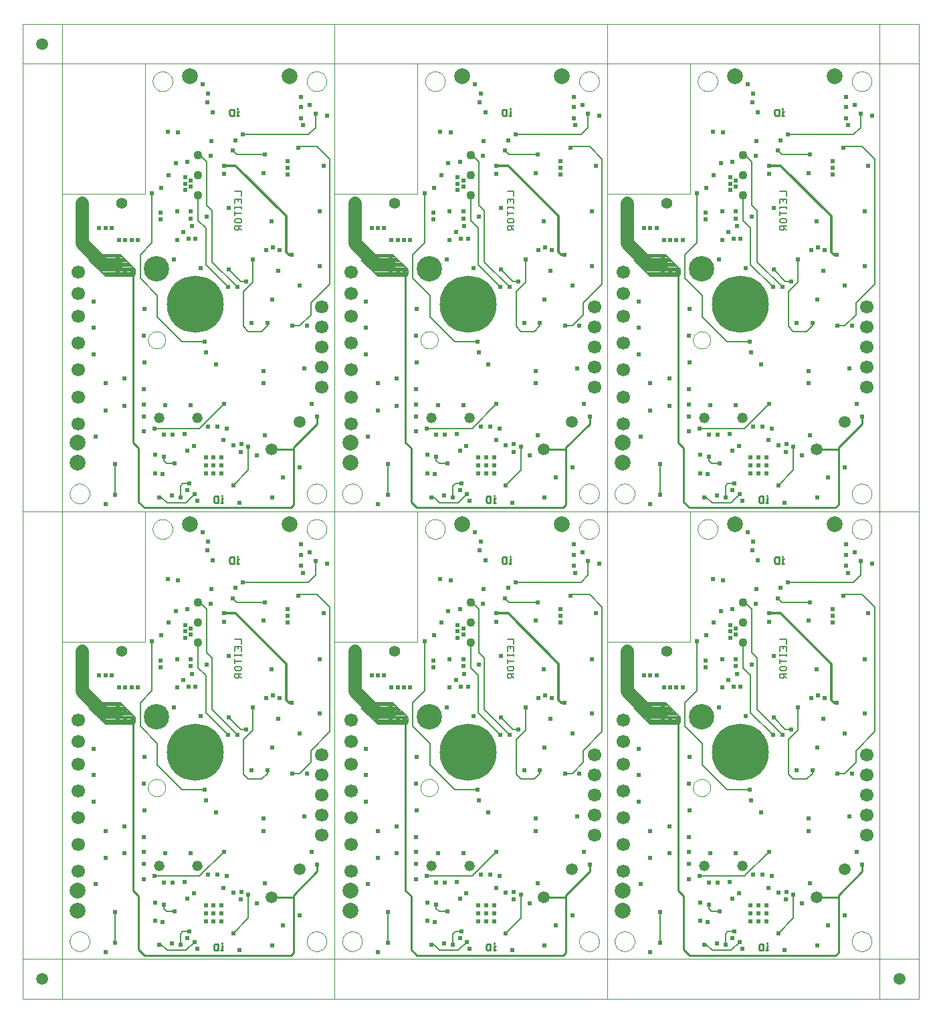
<source format=gbl>
G75*
G70*
%OFA0B0*%
%FSLAX24Y24*%
%IPPOS*%
%LPD*%
%AMOC8*
5,1,8,0,0,1.08239X$1,22.5*
%
%ADD10C,0.0000*%
%ADD11C,0.0090*%
%ADD12C,0.0080*%
%ADD13C,0.0551*%
%ADD14C,0.0669*%
%ADD15C,0.0591*%
%ADD16C,0.0436*%
%ADD17C,0.0787*%
%ADD18C,0.0520*%
%ADD19C,0.2841*%
%ADD20C,0.1266*%
%ADD21C,0.0238*%
%ADD22C,0.0098*%
%ADD23C,0.0118*%
%ADD24C,0.0660*%
%ADD25C,0.0500*%
D10*
X000100Y000100D02*
X002069Y000100D01*
X002069Y002069D01*
X042817Y002069D01*
X042817Y046714D01*
X002069Y046714D01*
X002069Y002069D01*
X000100Y002069D01*
X000100Y024391D01*
X044785Y024391D01*
X044785Y002069D01*
X042817Y002069D01*
X042817Y000100D01*
X029234Y000100D01*
X029234Y048683D01*
X042817Y048683D01*
X042817Y046714D01*
X044785Y046714D01*
X044785Y024391D01*
X042817Y024391D02*
X029234Y024391D01*
X029234Y040218D01*
X033368Y040218D01*
X033368Y046714D01*
X042817Y046714D01*
X042817Y024391D01*
X042817Y002069D01*
X029234Y002069D01*
X029234Y017895D01*
X033368Y017895D01*
X033368Y024391D01*
X042817Y024391D01*
X041439Y023506D02*
X041441Y023550D01*
X041447Y023594D01*
X041457Y023637D01*
X041470Y023679D01*
X041488Y023719D01*
X041509Y023758D01*
X041533Y023795D01*
X041560Y023830D01*
X041591Y023862D01*
X041624Y023891D01*
X041660Y023917D01*
X041698Y023939D01*
X041738Y023958D01*
X041779Y023974D01*
X041822Y023986D01*
X041865Y023994D01*
X041909Y023998D01*
X041953Y023998D01*
X041997Y023994D01*
X042040Y023986D01*
X042083Y023974D01*
X042124Y023958D01*
X042164Y023939D01*
X042202Y023917D01*
X042238Y023891D01*
X042271Y023862D01*
X042302Y023830D01*
X042329Y023795D01*
X042353Y023758D01*
X042374Y023719D01*
X042392Y023679D01*
X042405Y023637D01*
X042415Y023594D01*
X042421Y023550D01*
X042423Y023506D01*
X042421Y023462D01*
X042415Y023418D01*
X042405Y023375D01*
X042392Y023333D01*
X042374Y023293D01*
X042353Y023254D01*
X042329Y023217D01*
X042302Y023182D01*
X042271Y023150D01*
X042238Y023121D01*
X042202Y023095D01*
X042164Y023073D01*
X042124Y023054D01*
X042083Y023038D01*
X042040Y023026D01*
X041997Y023018D01*
X041953Y023014D01*
X041909Y023014D01*
X041865Y023018D01*
X041822Y023026D01*
X041779Y023038D01*
X041738Y023054D01*
X041698Y023073D01*
X041660Y023095D01*
X041624Y023121D01*
X041591Y023150D01*
X041560Y023182D01*
X041533Y023217D01*
X041509Y023254D01*
X041488Y023293D01*
X041470Y023333D01*
X041457Y023375D01*
X041447Y023418D01*
X041441Y023462D01*
X041439Y023506D01*
X041439Y025277D02*
X041441Y025321D01*
X041447Y025365D01*
X041457Y025408D01*
X041470Y025450D01*
X041488Y025490D01*
X041509Y025529D01*
X041533Y025566D01*
X041560Y025601D01*
X041591Y025633D01*
X041624Y025662D01*
X041660Y025688D01*
X041698Y025710D01*
X041738Y025729D01*
X041779Y025745D01*
X041822Y025757D01*
X041865Y025765D01*
X041909Y025769D01*
X041953Y025769D01*
X041997Y025765D01*
X042040Y025757D01*
X042083Y025745D01*
X042124Y025729D01*
X042164Y025710D01*
X042202Y025688D01*
X042238Y025662D01*
X042271Y025633D01*
X042302Y025601D01*
X042329Y025566D01*
X042353Y025529D01*
X042374Y025490D01*
X042392Y025450D01*
X042405Y025408D01*
X042415Y025365D01*
X042421Y025321D01*
X042423Y025277D01*
X042421Y025233D01*
X042415Y025189D01*
X042405Y025146D01*
X042392Y025104D01*
X042374Y025064D01*
X042353Y025025D01*
X042329Y024988D01*
X042302Y024953D01*
X042271Y024921D01*
X042238Y024892D01*
X042202Y024866D01*
X042164Y024844D01*
X042124Y024825D01*
X042083Y024809D01*
X042040Y024797D01*
X041997Y024789D01*
X041953Y024785D01*
X041909Y024785D01*
X041865Y024789D01*
X041822Y024797D01*
X041779Y024809D01*
X041738Y024825D01*
X041698Y024844D01*
X041660Y024866D01*
X041624Y024892D01*
X041591Y024921D01*
X041560Y024953D01*
X041533Y024988D01*
X041509Y025025D01*
X041488Y025064D01*
X041470Y025104D01*
X041457Y025146D01*
X041447Y025189D01*
X041441Y025233D01*
X041439Y025277D01*
X033762Y023506D02*
X033764Y023550D01*
X033770Y023594D01*
X033780Y023637D01*
X033793Y023679D01*
X033811Y023719D01*
X033832Y023758D01*
X033856Y023795D01*
X033883Y023830D01*
X033914Y023862D01*
X033947Y023891D01*
X033983Y023917D01*
X034021Y023939D01*
X034061Y023958D01*
X034102Y023974D01*
X034145Y023986D01*
X034188Y023994D01*
X034232Y023998D01*
X034276Y023998D01*
X034320Y023994D01*
X034363Y023986D01*
X034406Y023974D01*
X034447Y023958D01*
X034487Y023939D01*
X034525Y023917D01*
X034561Y023891D01*
X034594Y023862D01*
X034625Y023830D01*
X034652Y023795D01*
X034676Y023758D01*
X034697Y023719D01*
X034715Y023679D01*
X034728Y023637D01*
X034738Y023594D01*
X034744Y023550D01*
X034746Y023506D01*
X034744Y023462D01*
X034738Y023418D01*
X034728Y023375D01*
X034715Y023333D01*
X034697Y023293D01*
X034676Y023254D01*
X034652Y023217D01*
X034625Y023182D01*
X034594Y023150D01*
X034561Y023121D01*
X034525Y023095D01*
X034487Y023073D01*
X034447Y023054D01*
X034406Y023038D01*
X034363Y023026D01*
X034320Y023018D01*
X034276Y023014D01*
X034232Y023014D01*
X034188Y023018D01*
X034145Y023026D01*
X034102Y023038D01*
X034061Y023054D01*
X034021Y023073D01*
X033983Y023095D01*
X033947Y023121D01*
X033914Y023150D01*
X033883Y023182D01*
X033856Y023217D01*
X033832Y023254D01*
X033811Y023293D01*
X033793Y023333D01*
X033780Y023375D01*
X033770Y023418D01*
X033764Y023462D01*
X033762Y023506D01*
X029628Y025277D02*
X029630Y025321D01*
X029636Y025365D01*
X029646Y025408D01*
X029659Y025450D01*
X029677Y025490D01*
X029698Y025529D01*
X029722Y025566D01*
X029749Y025601D01*
X029780Y025633D01*
X029813Y025662D01*
X029849Y025688D01*
X029887Y025710D01*
X029927Y025729D01*
X029968Y025745D01*
X030011Y025757D01*
X030054Y025765D01*
X030098Y025769D01*
X030142Y025769D01*
X030186Y025765D01*
X030229Y025757D01*
X030272Y025745D01*
X030313Y025729D01*
X030353Y025710D01*
X030391Y025688D01*
X030427Y025662D01*
X030460Y025633D01*
X030491Y025601D01*
X030518Y025566D01*
X030542Y025529D01*
X030563Y025490D01*
X030581Y025450D01*
X030594Y025408D01*
X030604Y025365D01*
X030610Y025321D01*
X030612Y025277D01*
X030610Y025233D01*
X030604Y025189D01*
X030594Y025146D01*
X030581Y025104D01*
X030563Y025064D01*
X030542Y025025D01*
X030518Y024988D01*
X030491Y024953D01*
X030460Y024921D01*
X030427Y024892D01*
X030391Y024866D01*
X030353Y024844D01*
X030313Y024825D01*
X030272Y024809D01*
X030229Y024797D01*
X030186Y024789D01*
X030142Y024785D01*
X030098Y024785D01*
X030054Y024789D01*
X030011Y024797D01*
X029968Y024809D01*
X029927Y024825D01*
X029887Y024844D01*
X029849Y024866D01*
X029813Y024892D01*
X029780Y024921D01*
X029749Y024953D01*
X029722Y024988D01*
X029698Y025025D01*
X029677Y025064D01*
X029659Y025104D01*
X029646Y025146D01*
X029636Y025189D01*
X029630Y025233D01*
X029628Y025277D01*
X029234Y024391D02*
X015651Y024391D01*
X015651Y040218D01*
X019785Y040218D01*
X019785Y046714D01*
X029234Y046714D01*
X029234Y024391D01*
X029234Y002069D01*
X015651Y002069D01*
X015651Y017895D01*
X019785Y017895D01*
X019785Y024391D01*
X029234Y024391D01*
X027856Y023506D02*
X027858Y023550D01*
X027864Y023594D01*
X027874Y023637D01*
X027887Y023679D01*
X027905Y023719D01*
X027926Y023758D01*
X027950Y023795D01*
X027977Y023830D01*
X028008Y023862D01*
X028041Y023891D01*
X028077Y023917D01*
X028115Y023939D01*
X028155Y023958D01*
X028196Y023974D01*
X028239Y023986D01*
X028282Y023994D01*
X028326Y023998D01*
X028370Y023998D01*
X028414Y023994D01*
X028457Y023986D01*
X028500Y023974D01*
X028541Y023958D01*
X028581Y023939D01*
X028619Y023917D01*
X028655Y023891D01*
X028688Y023862D01*
X028719Y023830D01*
X028746Y023795D01*
X028770Y023758D01*
X028791Y023719D01*
X028809Y023679D01*
X028822Y023637D01*
X028832Y023594D01*
X028838Y023550D01*
X028840Y023506D01*
X028838Y023462D01*
X028832Y023418D01*
X028822Y023375D01*
X028809Y023333D01*
X028791Y023293D01*
X028770Y023254D01*
X028746Y023217D01*
X028719Y023182D01*
X028688Y023150D01*
X028655Y023121D01*
X028619Y023095D01*
X028581Y023073D01*
X028541Y023054D01*
X028500Y023038D01*
X028457Y023026D01*
X028414Y023018D01*
X028370Y023014D01*
X028326Y023014D01*
X028282Y023018D01*
X028239Y023026D01*
X028196Y023038D01*
X028155Y023054D01*
X028115Y023073D01*
X028077Y023095D01*
X028041Y023121D01*
X028008Y023150D01*
X027977Y023182D01*
X027950Y023217D01*
X027926Y023254D01*
X027905Y023293D01*
X027887Y023333D01*
X027874Y023375D01*
X027864Y023418D01*
X027858Y023462D01*
X027856Y023506D01*
X027856Y025277D02*
X027858Y025321D01*
X027864Y025365D01*
X027874Y025408D01*
X027887Y025450D01*
X027905Y025490D01*
X027926Y025529D01*
X027950Y025566D01*
X027977Y025601D01*
X028008Y025633D01*
X028041Y025662D01*
X028077Y025688D01*
X028115Y025710D01*
X028155Y025729D01*
X028196Y025745D01*
X028239Y025757D01*
X028282Y025765D01*
X028326Y025769D01*
X028370Y025769D01*
X028414Y025765D01*
X028457Y025757D01*
X028500Y025745D01*
X028541Y025729D01*
X028581Y025710D01*
X028619Y025688D01*
X028655Y025662D01*
X028688Y025633D01*
X028719Y025601D01*
X028746Y025566D01*
X028770Y025529D01*
X028791Y025490D01*
X028809Y025450D01*
X028822Y025408D01*
X028832Y025365D01*
X028838Y025321D01*
X028840Y025277D01*
X028838Y025233D01*
X028832Y025189D01*
X028822Y025146D01*
X028809Y025104D01*
X028791Y025064D01*
X028770Y025025D01*
X028746Y024988D01*
X028719Y024953D01*
X028688Y024921D01*
X028655Y024892D01*
X028619Y024866D01*
X028581Y024844D01*
X028541Y024825D01*
X028500Y024809D01*
X028457Y024797D01*
X028414Y024789D01*
X028370Y024785D01*
X028326Y024785D01*
X028282Y024789D01*
X028239Y024797D01*
X028196Y024809D01*
X028155Y024825D01*
X028115Y024844D01*
X028077Y024866D01*
X028041Y024892D01*
X028008Y024921D01*
X027977Y024953D01*
X027950Y024988D01*
X027926Y025025D01*
X027905Y025064D01*
X027887Y025104D01*
X027874Y025146D01*
X027864Y025189D01*
X027858Y025233D01*
X027856Y025277D01*
X020179Y023506D02*
X020181Y023550D01*
X020187Y023594D01*
X020197Y023637D01*
X020210Y023679D01*
X020228Y023719D01*
X020249Y023758D01*
X020273Y023795D01*
X020300Y023830D01*
X020331Y023862D01*
X020364Y023891D01*
X020400Y023917D01*
X020438Y023939D01*
X020478Y023958D01*
X020519Y023974D01*
X020562Y023986D01*
X020605Y023994D01*
X020649Y023998D01*
X020693Y023998D01*
X020737Y023994D01*
X020780Y023986D01*
X020823Y023974D01*
X020864Y023958D01*
X020904Y023939D01*
X020942Y023917D01*
X020978Y023891D01*
X021011Y023862D01*
X021042Y023830D01*
X021069Y023795D01*
X021093Y023758D01*
X021114Y023719D01*
X021132Y023679D01*
X021145Y023637D01*
X021155Y023594D01*
X021161Y023550D01*
X021163Y023506D01*
X021161Y023462D01*
X021155Y023418D01*
X021145Y023375D01*
X021132Y023333D01*
X021114Y023293D01*
X021093Y023254D01*
X021069Y023217D01*
X021042Y023182D01*
X021011Y023150D01*
X020978Y023121D01*
X020942Y023095D01*
X020904Y023073D01*
X020864Y023054D01*
X020823Y023038D01*
X020780Y023026D01*
X020737Y023018D01*
X020693Y023014D01*
X020649Y023014D01*
X020605Y023018D01*
X020562Y023026D01*
X020519Y023038D01*
X020478Y023054D01*
X020438Y023073D01*
X020400Y023095D01*
X020364Y023121D01*
X020331Y023150D01*
X020300Y023182D01*
X020273Y023217D01*
X020249Y023254D01*
X020228Y023293D01*
X020210Y023333D01*
X020197Y023375D01*
X020187Y023418D01*
X020181Y023462D01*
X020179Y023506D01*
X016045Y025277D02*
X016047Y025321D01*
X016053Y025365D01*
X016063Y025408D01*
X016076Y025450D01*
X016094Y025490D01*
X016115Y025529D01*
X016139Y025566D01*
X016166Y025601D01*
X016197Y025633D01*
X016230Y025662D01*
X016266Y025688D01*
X016304Y025710D01*
X016344Y025729D01*
X016385Y025745D01*
X016428Y025757D01*
X016471Y025765D01*
X016515Y025769D01*
X016559Y025769D01*
X016603Y025765D01*
X016646Y025757D01*
X016689Y025745D01*
X016730Y025729D01*
X016770Y025710D01*
X016808Y025688D01*
X016844Y025662D01*
X016877Y025633D01*
X016908Y025601D01*
X016935Y025566D01*
X016959Y025529D01*
X016980Y025490D01*
X016998Y025450D01*
X017011Y025408D01*
X017021Y025365D01*
X017027Y025321D01*
X017029Y025277D01*
X017027Y025233D01*
X017021Y025189D01*
X017011Y025146D01*
X016998Y025104D01*
X016980Y025064D01*
X016959Y025025D01*
X016935Y024988D01*
X016908Y024953D01*
X016877Y024921D01*
X016844Y024892D01*
X016808Y024866D01*
X016770Y024844D01*
X016730Y024825D01*
X016689Y024809D01*
X016646Y024797D01*
X016603Y024789D01*
X016559Y024785D01*
X016515Y024785D01*
X016471Y024789D01*
X016428Y024797D01*
X016385Y024809D01*
X016344Y024825D01*
X016304Y024844D01*
X016266Y024866D01*
X016230Y024892D01*
X016197Y024921D01*
X016166Y024953D01*
X016139Y024988D01*
X016115Y025025D01*
X016094Y025064D01*
X016076Y025104D01*
X016063Y025146D01*
X016053Y025189D01*
X016047Y025233D01*
X016045Y025277D01*
X015651Y024391D02*
X002069Y024391D01*
X002069Y040218D01*
X006202Y040218D01*
X006202Y046714D01*
X015651Y046714D01*
X015651Y024391D01*
X015651Y002069D01*
X002069Y002069D01*
X002069Y017895D01*
X006202Y017895D01*
X006202Y024391D01*
X015651Y024391D01*
X014273Y023506D02*
X014275Y023550D01*
X014281Y023594D01*
X014291Y023637D01*
X014304Y023679D01*
X014322Y023719D01*
X014343Y023758D01*
X014367Y023795D01*
X014394Y023830D01*
X014425Y023862D01*
X014458Y023891D01*
X014494Y023917D01*
X014532Y023939D01*
X014572Y023958D01*
X014613Y023974D01*
X014656Y023986D01*
X014699Y023994D01*
X014743Y023998D01*
X014787Y023998D01*
X014831Y023994D01*
X014874Y023986D01*
X014917Y023974D01*
X014958Y023958D01*
X014998Y023939D01*
X015036Y023917D01*
X015072Y023891D01*
X015105Y023862D01*
X015136Y023830D01*
X015163Y023795D01*
X015187Y023758D01*
X015208Y023719D01*
X015226Y023679D01*
X015239Y023637D01*
X015249Y023594D01*
X015255Y023550D01*
X015257Y023506D01*
X015255Y023462D01*
X015249Y023418D01*
X015239Y023375D01*
X015226Y023333D01*
X015208Y023293D01*
X015187Y023254D01*
X015163Y023217D01*
X015136Y023182D01*
X015105Y023150D01*
X015072Y023121D01*
X015036Y023095D01*
X014998Y023073D01*
X014958Y023054D01*
X014917Y023038D01*
X014874Y023026D01*
X014831Y023018D01*
X014787Y023014D01*
X014743Y023014D01*
X014699Y023018D01*
X014656Y023026D01*
X014613Y023038D01*
X014572Y023054D01*
X014532Y023073D01*
X014494Y023095D01*
X014458Y023121D01*
X014425Y023150D01*
X014394Y023182D01*
X014367Y023217D01*
X014343Y023254D01*
X014322Y023293D01*
X014304Y023333D01*
X014291Y023375D01*
X014281Y023418D01*
X014275Y023462D01*
X014273Y023506D01*
X014273Y025277D02*
X014275Y025321D01*
X014281Y025365D01*
X014291Y025408D01*
X014304Y025450D01*
X014322Y025490D01*
X014343Y025529D01*
X014367Y025566D01*
X014394Y025601D01*
X014425Y025633D01*
X014458Y025662D01*
X014494Y025688D01*
X014532Y025710D01*
X014572Y025729D01*
X014613Y025745D01*
X014656Y025757D01*
X014699Y025765D01*
X014743Y025769D01*
X014787Y025769D01*
X014831Y025765D01*
X014874Y025757D01*
X014917Y025745D01*
X014958Y025729D01*
X014998Y025710D01*
X015036Y025688D01*
X015072Y025662D01*
X015105Y025633D01*
X015136Y025601D01*
X015163Y025566D01*
X015187Y025529D01*
X015208Y025490D01*
X015226Y025450D01*
X015239Y025408D01*
X015249Y025365D01*
X015255Y025321D01*
X015257Y025277D01*
X015255Y025233D01*
X015249Y025189D01*
X015239Y025146D01*
X015226Y025104D01*
X015208Y025064D01*
X015187Y025025D01*
X015163Y024988D01*
X015136Y024953D01*
X015105Y024921D01*
X015072Y024892D01*
X015036Y024866D01*
X014998Y024844D01*
X014958Y024825D01*
X014917Y024809D01*
X014874Y024797D01*
X014831Y024789D01*
X014787Y024785D01*
X014743Y024785D01*
X014699Y024789D01*
X014656Y024797D01*
X014613Y024809D01*
X014572Y024825D01*
X014532Y024844D01*
X014494Y024866D01*
X014458Y024892D01*
X014425Y024921D01*
X014394Y024953D01*
X014367Y024988D01*
X014343Y025025D01*
X014322Y025064D01*
X014304Y025104D01*
X014291Y025146D01*
X014281Y025189D01*
X014275Y025233D01*
X014273Y025277D01*
X006596Y023506D02*
X006598Y023550D01*
X006604Y023594D01*
X006614Y023637D01*
X006627Y023679D01*
X006645Y023719D01*
X006666Y023758D01*
X006690Y023795D01*
X006717Y023830D01*
X006748Y023862D01*
X006781Y023891D01*
X006817Y023917D01*
X006855Y023939D01*
X006895Y023958D01*
X006936Y023974D01*
X006979Y023986D01*
X007022Y023994D01*
X007066Y023998D01*
X007110Y023998D01*
X007154Y023994D01*
X007197Y023986D01*
X007240Y023974D01*
X007281Y023958D01*
X007321Y023939D01*
X007359Y023917D01*
X007395Y023891D01*
X007428Y023862D01*
X007459Y023830D01*
X007486Y023795D01*
X007510Y023758D01*
X007531Y023719D01*
X007549Y023679D01*
X007562Y023637D01*
X007572Y023594D01*
X007578Y023550D01*
X007580Y023506D01*
X007578Y023462D01*
X007572Y023418D01*
X007562Y023375D01*
X007549Y023333D01*
X007531Y023293D01*
X007510Y023254D01*
X007486Y023217D01*
X007459Y023182D01*
X007428Y023150D01*
X007395Y023121D01*
X007359Y023095D01*
X007321Y023073D01*
X007281Y023054D01*
X007240Y023038D01*
X007197Y023026D01*
X007154Y023018D01*
X007110Y023014D01*
X007066Y023014D01*
X007022Y023018D01*
X006979Y023026D01*
X006936Y023038D01*
X006895Y023054D01*
X006855Y023073D01*
X006817Y023095D01*
X006781Y023121D01*
X006748Y023150D01*
X006717Y023182D01*
X006690Y023217D01*
X006666Y023254D01*
X006645Y023293D01*
X006627Y023333D01*
X006614Y023375D01*
X006604Y023418D01*
X006598Y023462D01*
X006596Y023506D01*
X002462Y025277D02*
X002464Y025321D01*
X002470Y025365D01*
X002480Y025408D01*
X002493Y025450D01*
X002511Y025490D01*
X002532Y025529D01*
X002556Y025566D01*
X002583Y025601D01*
X002614Y025633D01*
X002647Y025662D01*
X002683Y025688D01*
X002721Y025710D01*
X002761Y025729D01*
X002802Y025745D01*
X002845Y025757D01*
X002888Y025765D01*
X002932Y025769D01*
X002976Y025769D01*
X003020Y025765D01*
X003063Y025757D01*
X003106Y025745D01*
X003147Y025729D01*
X003187Y025710D01*
X003225Y025688D01*
X003261Y025662D01*
X003294Y025633D01*
X003325Y025601D01*
X003352Y025566D01*
X003376Y025529D01*
X003397Y025490D01*
X003415Y025450D01*
X003428Y025408D01*
X003438Y025365D01*
X003444Y025321D01*
X003446Y025277D01*
X003444Y025233D01*
X003438Y025189D01*
X003428Y025146D01*
X003415Y025104D01*
X003397Y025064D01*
X003376Y025025D01*
X003352Y024988D01*
X003325Y024953D01*
X003294Y024921D01*
X003261Y024892D01*
X003225Y024866D01*
X003187Y024844D01*
X003147Y024825D01*
X003106Y024809D01*
X003063Y024797D01*
X003020Y024789D01*
X002976Y024785D01*
X002932Y024785D01*
X002888Y024789D01*
X002845Y024797D01*
X002802Y024809D01*
X002761Y024825D01*
X002721Y024844D01*
X002683Y024866D01*
X002647Y024892D01*
X002614Y024921D01*
X002583Y024953D01*
X002556Y024988D01*
X002532Y025025D01*
X002511Y025064D01*
X002493Y025104D01*
X002480Y025146D01*
X002470Y025189D01*
X002464Y025233D01*
X002462Y025277D01*
X000100Y024391D02*
X000100Y046714D01*
X002069Y046714D01*
X002069Y048683D01*
X015651Y048683D01*
X015651Y000100D01*
X002069Y000100D01*
X000100Y000100D02*
X000100Y002069D01*
X002462Y002954D02*
X002464Y002998D01*
X002470Y003042D01*
X002480Y003085D01*
X002493Y003127D01*
X002511Y003167D01*
X002532Y003206D01*
X002556Y003243D01*
X002583Y003278D01*
X002614Y003310D01*
X002647Y003339D01*
X002683Y003365D01*
X002721Y003387D01*
X002761Y003406D01*
X002802Y003422D01*
X002845Y003434D01*
X002888Y003442D01*
X002932Y003446D01*
X002976Y003446D01*
X003020Y003442D01*
X003063Y003434D01*
X003106Y003422D01*
X003147Y003406D01*
X003187Y003387D01*
X003225Y003365D01*
X003261Y003339D01*
X003294Y003310D01*
X003325Y003278D01*
X003352Y003243D01*
X003376Y003206D01*
X003397Y003167D01*
X003415Y003127D01*
X003428Y003085D01*
X003438Y003042D01*
X003444Y002998D01*
X003446Y002954D01*
X003444Y002910D01*
X003438Y002866D01*
X003428Y002823D01*
X003415Y002781D01*
X003397Y002741D01*
X003376Y002702D01*
X003352Y002665D01*
X003325Y002630D01*
X003294Y002598D01*
X003261Y002569D01*
X003225Y002543D01*
X003187Y002521D01*
X003147Y002502D01*
X003106Y002486D01*
X003063Y002474D01*
X003020Y002466D01*
X002976Y002462D01*
X002932Y002462D01*
X002888Y002466D01*
X002845Y002474D01*
X002802Y002486D01*
X002761Y002502D01*
X002721Y002521D01*
X002683Y002543D01*
X002647Y002569D01*
X002614Y002598D01*
X002583Y002630D01*
X002556Y002665D01*
X002532Y002702D01*
X002511Y002741D01*
X002493Y002781D01*
X002480Y002823D01*
X002470Y002866D01*
X002464Y002910D01*
X002462Y002954D01*
X006360Y010612D02*
X006362Y010653D01*
X006368Y010694D01*
X006378Y010734D01*
X006391Y010773D01*
X006408Y010810D01*
X006429Y010846D01*
X006453Y010880D01*
X006480Y010911D01*
X006509Y010939D01*
X006542Y010965D01*
X006576Y010987D01*
X006613Y011006D01*
X006651Y011021D01*
X006691Y011033D01*
X006731Y011041D01*
X006772Y011045D01*
X006814Y011045D01*
X006855Y011041D01*
X006895Y011033D01*
X006935Y011021D01*
X006973Y011006D01*
X007009Y010987D01*
X007044Y010965D01*
X007077Y010939D01*
X007106Y010911D01*
X007133Y010880D01*
X007157Y010846D01*
X007178Y010810D01*
X007195Y010773D01*
X007208Y010734D01*
X007218Y010694D01*
X007224Y010653D01*
X007226Y010612D01*
X007224Y010571D01*
X007218Y010530D01*
X007208Y010490D01*
X007195Y010451D01*
X007178Y010414D01*
X007157Y010378D01*
X007133Y010344D01*
X007106Y010313D01*
X007077Y010285D01*
X007044Y010259D01*
X007010Y010237D01*
X006973Y010218D01*
X006935Y010203D01*
X006895Y010191D01*
X006855Y010183D01*
X006814Y010179D01*
X006772Y010179D01*
X006731Y010183D01*
X006691Y010191D01*
X006651Y010203D01*
X006613Y010218D01*
X006577Y010237D01*
X006542Y010259D01*
X006509Y010285D01*
X006480Y010313D01*
X006453Y010344D01*
X006429Y010378D01*
X006408Y010414D01*
X006391Y010451D01*
X006378Y010490D01*
X006368Y010530D01*
X006362Y010571D01*
X006360Y010612D01*
X014273Y002954D02*
X014275Y002998D01*
X014281Y003042D01*
X014291Y003085D01*
X014304Y003127D01*
X014322Y003167D01*
X014343Y003206D01*
X014367Y003243D01*
X014394Y003278D01*
X014425Y003310D01*
X014458Y003339D01*
X014494Y003365D01*
X014532Y003387D01*
X014572Y003406D01*
X014613Y003422D01*
X014656Y003434D01*
X014699Y003442D01*
X014743Y003446D01*
X014787Y003446D01*
X014831Y003442D01*
X014874Y003434D01*
X014917Y003422D01*
X014958Y003406D01*
X014998Y003387D01*
X015036Y003365D01*
X015072Y003339D01*
X015105Y003310D01*
X015136Y003278D01*
X015163Y003243D01*
X015187Y003206D01*
X015208Y003167D01*
X015226Y003127D01*
X015239Y003085D01*
X015249Y003042D01*
X015255Y002998D01*
X015257Y002954D01*
X015255Y002910D01*
X015249Y002866D01*
X015239Y002823D01*
X015226Y002781D01*
X015208Y002741D01*
X015187Y002702D01*
X015163Y002665D01*
X015136Y002630D01*
X015105Y002598D01*
X015072Y002569D01*
X015036Y002543D01*
X014998Y002521D01*
X014958Y002502D01*
X014917Y002486D01*
X014874Y002474D01*
X014831Y002466D01*
X014787Y002462D01*
X014743Y002462D01*
X014699Y002466D01*
X014656Y002474D01*
X014613Y002486D01*
X014572Y002502D01*
X014532Y002521D01*
X014494Y002543D01*
X014458Y002569D01*
X014425Y002598D01*
X014394Y002630D01*
X014367Y002665D01*
X014343Y002702D01*
X014322Y002741D01*
X014304Y002781D01*
X014291Y002823D01*
X014281Y002866D01*
X014275Y002910D01*
X014273Y002954D01*
X016045Y002954D02*
X016047Y002998D01*
X016053Y003042D01*
X016063Y003085D01*
X016076Y003127D01*
X016094Y003167D01*
X016115Y003206D01*
X016139Y003243D01*
X016166Y003278D01*
X016197Y003310D01*
X016230Y003339D01*
X016266Y003365D01*
X016304Y003387D01*
X016344Y003406D01*
X016385Y003422D01*
X016428Y003434D01*
X016471Y003442D01*
X016515Y003446D01*
X016559Y003446D01*
X016603Y003442D01*
X016646Y003434D01*
X016689Y003422D01*
X016730Y003406D01*
X016770Y003387D01*
X016808Y003365D01*
X016844Y003339D01*
X016877Y003310D01*
X016908Y003278D01*
X016935Y003243D01*
X016959Y003206D01*
X016980Y003167D01*
X016998Y003127D01*
X017011Y003085D01*
X017021Y003042D01*
X017027Y002998D01*
X017029Y002954D01*
X017027Y002910D01*
X017021Y002866D01*
X017011Y002823D01*
X016998Y002781D01*
X016980Y002741D01*
X016959Y002702D01*
X016935Y002665D01*
X016908Y002630D01*
X016877Y002598D01*
X016844Y002569D01*
X016808Y002543D01*
X016770Y002521D01*
X016730Y002502D01*
X016689Y002486D01*
X016646Y002474D01*
X016603Y002466D01*
X016559Y002462D01*
X016515Y002462D01*
X016471Y002466D01*
X016428Y002474D01*
X016385Y002486D01*
X016344Y002502D01*
X016304Y002521D01*
X016266Y002543D01*
X016230Y002569D01*
X016197Y002598D01*
X016166Y002630D01*
X016139Y002665D01*
X016115Y002702D01*
X016094Y002741D01*
X016076Y002781D01*
X016063Y002823D01*
X016053Y002866D01*
X016047Y002910D01*
X016045Y002954D01*
X015651Y000100D02*
X029234Y000100D01*
X029628Y002954D02*
X029630Y002998D01*
X029636Y003042D01*
X029646Y003085D01*
X029659Y003127D01*
X029677Y003167D01*
X029698Y003206D01*
X029722Y003243D01*
X029749Y003278D01*
X029780Y003310D01*
X029813Y003339D01*
X029849Y003365D01*
X029887Y003387D01*
X029927Y003406D01*
X029968Y003422D01*
X030011Y003434D01*
X030054Y003442D01*
X030098Y003446D01*
X030142Y003446D01*
X030186Y003442D01*
X030229Y003434D01*
X030272Y003422D01*
X030313Y003406D01*
X030353Y003387D01*
X030391Y003365D01*
X030427Y003339D01*
X030460Y003310D01*
X030491Y003278D01*
X030518Y003243D01*
X030542Y003206D01*
X030563Y003167D01*
X030581Y003127D01*
X030594Y003085D01*
X030604Y003042D01*
X030610Y002998D01*
X030612Y002954D01*
X030610Y002910D01*
X030604Y002866D01*
X030594Y002823D01*
X030581Y002781D01*
X030563Y002741D01*
X030542Y002702D01*
X030518Y002665D01*
X030491Y002630D01*
X030460Y002598D01*
X030427Y002569D01*
X030391Y002543D01*
X030353Y002521D01*
X030313Y002502D01*
X030272Y002486D01*
X030229Y002474D01*
X030186Y002466D01*
X030142Y002462D01*
X030098Y002462D01*
X030054Y002466D01*
X030011Y002474D01*
X029968Y002486D01*
X029927Y002502D01*
X029887Y002521D01*
X029849Y002543D01*
X029813Y002569D01*
X029780Y002598D01*
X029749Y002630D01*
X029722Y002665D01*
X029698Y002702D01*
X029677Y002741D01*
X029659Y002781D01*
X029646Y002823D01*
X029636Y002866D01*
X029630Y002910D01*
X029628Y002954D01*
X027856Y002954D02*
X027858Y002998D01*
X027864Y003042D01*
X027874Y003085D01*
X027887Y003127D01*
X027905Y003167D01*
X027926Y003206D01*
X027950Y003243D01*
X027977Y003278D01*
X028008Y003310D01*
X028041Y003339D01*
X028077Y003365D01*
X028115Y003387D01*
X028155Y003406D01*
X028196Y003422D01*
X028239Y003434D01*
X028282Y003442D01*
X028326Y003446D01*
X028370Y003446D01*
X028414Y003442D01*
X028457Y003434D01*
X028500Y003422D01*
X028541Y003406D01*
X028581Y003387D01*
X028619Y003365D01*
X028655Y003339D01*
X028688Y003310D01*
X028719Y003278D01*
X028746Y003243D01*
X028770Y003206D01*
X028791Y003167D01*
X028809Y003127D01*
X028822Y003085D01*
X028832Y003042D01*
X028838Y002998D01*
X028840Y002954D01*
X028838Y002910D01*
X028832Y002866D01*
X028822Y002823D01*
X028809Y002781D01*
X028791Y002741D01*
X028770Y002702D01*
X028746Y002665D01*
X028719Y002630D01*
X028688Y002598D01*
X028655Y002569D01*
X028619Y002543D01*
X028581Y002521D01*
X028541Y002502D01*
X028500Y002486D01*
X028457Y002474D01*
X028414Y002466D01*
X028370Y002462D01*
X028326Y002462D01*
X028282Y002466D01*
X028239Y002474D01*
X028196Y002486D01*
X028155Y002502D01*
X028115Y002521D01*
X028077Y002543D01*
X028041Y002569D01*
X028008Y002598D01*
X027977Y002630D01*
X027950Y002665D01*
X027926Y002702D01*
X027905Y002741D01*
X027887Y002781D01*
X027874Y002823D01*
X027864Y002866D01*
X027858Y002910D01*
X027856Y002954D01*
X033525Y010612D02*
X033527Y010653D01*
X033533Y010694D01*
X033543Y010734D01*
X033556Y010773D01*
X033573Y010810D01*
X033594Y010846D01*
X033618Y010880D01*
X033645Y010911D01*
X033674Y010939D01*
X033707Y010965D01*
X033741Y010987D01*
X033778Y011006D01*
X033816Y011021D01*
X033856Y011033D01*
X033896Y011041D01*
X033937Y011045D01*
X033979Y011045D01*
X034020Y011041D01*
X034060Y011033D01*
X034100Y011021D01*
X034138Y011006D01*
X034174Y010987D01*
X034209Y010965D01*
X034242Y010939D01*
X034271Y010911D01*
X034298Y010880D01*
X034322Y010846D01*
X034343Y010810D01*
X034360Y010773D01*
X034373Y010734D01*
X034383Y010694D01*
X034389Y010653D01*
X034391Y010612D01*
X034389Y010571D01*
X034383Y010530D01*
X034373Y010490D01*
X034360Y010451D01*
X034343Y010414D01*
X034322Y010378D01*
X034298Y010344D01*
X034271Y010313D01*
X034242Y010285D01*
X034209Y010259D01*
X034175Y010237D01*
X034138Y010218D01*
X034100Y010203D01*
X034060Y010191D01*
X034020Y010183D01*
X033979Y010179D01*
X033937Y010179D01*
X033896Y010183D01*
X033856Y010191D01*
X033816Y010203D01*
X033778Y010218D01*
X033742Y010237D01*
X033707Y010259D01*
X033674Y010285D01*
X033645Y010313D01*
X033618Y010344D01*
X033594Y010378D01*
X033573Y010414D01*
X033556Y010451D01*
X033543Y010490D01*
X033533Y010530D01*
X033527Y010571D01*
X033525Y010612D01*
X041439Y002954D02*
X041441Y002998D01*
X041447Y003042D01*
X041457Y003085D01*
X041470Y003127D01*
X041488Y003167D01*
X041509Y003206D01*
X041533Y003243D01*
X041560Y003278D01*
X041591Y003310D01*
X041624Y003339D01*
X041660Y003365D01*
X041698Y003387D01*
X041738Y003406D01*
X041779Y003422D01*
X041822Y003434D01*
X041865Y003442D01*
X041909Y003446D01*
X041953Y003446D01*
X041997Y003442D01*
X042040Y003434D01*
X042083Y003422D01*
X042124Y003406D01*
X042164Y003387D01*
X042202Y003365D01*
X042238Y003339D01*
X042271Y003310D01*
X042302Y003278D01*
X042329Y003243D01*
X042353Y003206D01*
X042374Y003167D01*
X042392Y003127D01*
X042405Y003085D01*
X042415Y003042D01*
X042421Y002998D01*
X042423Y002954D01*
X042421Y002910D01*
X042415Y002866D01*
X042405Y002823D01*
X042392Y002781D01*
X042374Y002741D01*
X042353Y002702D01*
X042329Y002665D01*
X042302Y002630D01*
X042271Y002598D01*
X042238Y002569D01*
X042202Y002543D01*
X042164Y002521D01*
X042124Y002502D01*
X042083Y002486D01*
X042040Y002474D01*
X041997Y002466D01*
X041953Y002462D01*
X041909Y002462D01*
X041865Y002466D01*
X041822Y002474D01*
X041779Y002486D01*
X041738Y002502D01*
X041698Y002521D01*
X041660Y002543D01*
X041624Y002569D01*
X041591Y002598D01*
X041560Y002630D01*
X041533Y002665D01*
X041509Y002702D01*
X041488Y002741D01*
X041470Y002781D01*
X041457Y002823D01*
X041447Y002866D01*
X041441Y002910D01*
X041439Y002954D01*
X042817Y000100D02*
X044785Y000100D01*
X044785Y002069D01*
X019943Y010612D02*
X019945Y010653D01*
X019951Y010694D01*
X019961Y010734D01*
X019974Y010773D01*
X019991Y010810D01*
X020012Y010846D01*
X020036Y010880D01*
X020063Y010911D01*
X020092Y010939D01*
X020125Y010965D01*
X020159Y010987D01*
X020196Y011006D01*
X020234Y011021D01*
X020274Y011033D01*
X020314Y011041D01*
X020355Y011045D01*
X020397Y011045D01*
X020438Y011041D01*
X020478Y011033D01*
X020518Y011021D01*
X020556Y011006D01*
X020592Y010987D01*
X020627Y010965D01*
X020660Y010939D01*
X020689Y010911D01*
X020716Y010880D01*
X020740Y010846D01*
X020761Y010810D01*
X020778Y010773D01*
X020791Y010734D01*
X020801Y010694D01*
X020807Y010653D01*
X020809Y010612D01*
X020807Y010571D01*
X020801Y010530D01*
X020791Y010490D01*
X020778Y010451D01*
X020761Y010414D01*
X020740Y010378D01*
X020716Y010344D01*
X020689Y010313D01*
X020660Y010285D01*
X020627Y010259D01*
X020593Y010237D01*
X020556Y010218D01*
X020518Y010203D01*
X020478Y010191D01*
X020438Y010183D01*
X020397Y010179D01*
X020355Y010179D01*
X020314Y010183D01*
X020274Y010191D01*
X020234Y010203D01*
X020196Y010218D01*
X020160Y010237D01*
X020125Y010259D01*
X020092Y010285D01*
X020063Y010313D01*
X020036Y010344D01*
X020012Y010378D01*
X019991Y010414D01*
X019974Y010451D01*
X019961Y010490D01*
X019951Y010530D01*
X019945Y010571D01*
X019943Y010612D01*
X019943Y032935D02*
X019945Y032976D01*
X019951Y033017D01*
X019961Y033057D01*
X019974Y033096D01*
X019991Y033133D01*
X020012Y033169D01*
X020036Y033203D01*
X020063Y033234D01*
X020092Y033262D01*
X020125Y033288D01*
X020159Y033310D01*
X020196Y033329D01*
X020234Y033344D01*
X020274Y033356D01*
X020314Y033364D01*
X020355Y033368D01*
X020397Y033368D01*
X020438Y033364D01*
X020478Y033356D01*
X020518Y033344D01*
X020556Y033329D01*
X020592Y033310D01*
X020627Y033288D01*
X020660Y033262D01*
X020689Y033234D01*
X020716Y033203D01*
X020740Y033169D01*
X020761Y033133D01*
X020778Y033096D01*
X020791Y033057D01*
X020801Y033017D01*
X020807Y032976D01*
X020809Y032935D01*
X020807Y032894D01*
X020801Y032853D01*
X020791Y032813D01*
X020778Y032774D01*
X020761Y032737D01*
X020740Y032701D01*
X020716Y032667D01*
X020689Y032636D01*
X020660Y032608D01*
X020627Y032582D01*
X020593Y032560D01*
X020556Y032541D01*
X020518Y032526D01*
X020478Y032514D01*
X020438Y032506D01*
X020397Y032502D01*
X020355Y032502D01*
X020314Y032506D01*
X020274Y032514D01*
X020234Y032526D01*
X020196Y032541D01*
X020160Y032560D01*
X020125Y032582D01*
X020092Y032608D01*
X020063Y032636D01*
X020036Y032667D01*
X020012Y032701D01*
X019991Y032737D01*
X019974Y032774D01*
X019961Y032813D01*
X019951Y032853D01*
X019945Y032894D01*
X019943Y032935D01*
X020179Y045828D02*
X020181Y045872D01*
X020187Y045916D01*
X020197Y045959D01*
X020210Y046001D01*
X020228Y046041D01*
X020249Y046080D01*
X020273Y046117D01*
X020300Y046152D01*
X020331Y046184D01*
X020364Y046213D01*
X020400Y046239D01*
X020438Y046261D01*
X020478Y046280D01*
X020519Y046296D01*
X020562Y046308D01*
X020605Y046316D01*
X020649Y046320D01*
X020693Y046320D01*
X020737Y046316D01*
X020780Y046308D01*
X020823Y046296D01*
X020864Y046280D01*
X020904Y046261D01*
X020942Y046239D01*
X020978Y046213D01*
X021011Y046184D01*
X021042Y046152D01*
X021069Y046117D01*
X021093Y046080D01*
X021114Y046041D01*
X021132Y046001D01*
X021145Y045959D01*
X021155Y045916D01*
X021161Y045872D01*
X021163Y045828D01*
X021161Y045784D01*
X021155Y045740D01*
X021145Y045697D01*
X021132Y045655D01*
X021114Y045615D01*
X021093Y045576D01*
X021069Y045539D01*
X021042Y045504D01*
X021011Y045472D01*
X020978Y045443D01*
X020942Y045417D01*
X020904Y045395D01*
X020864Y045376D01*
X020823Y045360D01*
X020780Y045348D01*
X020737Y045340D01*
X020693Y045336D01*
X020649Y045336D01*
X020605Y045340D01*
X020562Y045348D01*
X020519Y045360D01*
X020478Y045376D01*
X020438Y045395D01*
X020400Y045417D01*
X020364Y045443D01*
X020331Y045472D01*
X020300Y045504D01*
X020273Y045539D01*
X020249Y045576D01*
X020228Y045615D01*
X020210Y045655D01*
X020197Y045697D01*
X020187Y045740D01*
X020181Y045784D01*
X020179Y045828D01*
X015651Y048683D02*
X029234Y048683D01*
X027856Y045828D02*
X027858Y045872D01*
X027864Y045916D01*
X027874Y045959D01*
X027887Y046001D01*
X027905Y046041D01*
X027926Y046080D01*
X027950Y046117D01*
X027977Y046152D01*
X028008Y046184D01*
X028041Y046213D01*
X028077Y046239D01*
X028115Y046261D01*
X028155Y046280D01*
X028196Y046296D01*
X028239Y046308D01*
X028282Y046316D01*
X028326Y046320D01*
X028370Y046320D01*
X028414Y046316D01*
X028457Y046308D01*
X028500Y046296D01*
X028541Y046280D01*
X028581Y046261D01*
X028619Y046239D01*
X028655Y046213D01*
X028688Y046184D01*
X028719Y046152D01*
X028746Y046117D01*
X028770Y046080D01*
X028791Y046041D01*
X028809Y046001D01*
X028822Y045959D01*
X028832Y045916D01*
X028838Y045872D01*
X028840Y045828D01*
X028838Y045784D01*
X028832Y045740D01*
X028822Y045697D01*
X028809Y045655D01*
X028791Y045615D01*
X028770Y045576D01*
X028746Y045539D01*
X028719Y045504D01*
X028688Y045472D01*
X028655Y045443D01*
X028619Y045417D01*
X028581Y045395D01*
X028541Y045376D01*
X028500Y045360D01*
X028457Y045348D01*
X028414Y045340D01*
X028370Y045336D01*
X028326Y045336D01*
X028282Y045340D01*
X028239Y045348D01*
X028196Y045360D01*
X028155Y045376D01*
X028115Y045395D01*
X028077Y045417D01*
X028041Y045443D01*
X028008Y045472D01*
X027977Y045504D01*
X027950Y045539D01*
X027926Y045576D01*
X027905Y045615D01*
X027887Y045655D01*
X027874Y045697D01*
X027864Y045740D01*
X027858Y045784D01*
X027856Y045828D01*
X033762Y045828D02*
X033764Y045872D01*
X033770Y045916D01*
X033780Y045959D01*
X033793Y046001D01*
X033811Y046041D01*
X033832Y046080D01*
X033856Y046117D01*
X033883Y046152D01*
X033914Y046184D01*
X033947Y046213D01*
X033983Y046239D01*
X034021Y046261D01*
X034061Y046280D01*
X034102Y046296D01*
X034145Y046308D01*
X034188Y046316D01*
X034232Y046320D01*
X034276Y046320D01*
X034320Y046316D01*
X034363Y046308D01*
X034406Y046296D01*
X034447Y046280D01*
X034487Y046261D01*
X034525Y046239D01*
X034561Y046213D01*
X034594Y046184D01*
X034625Y046152D01*
X034652Y046117D01*
X034676Y046080D01*
X034697Y046041D01*
X034715Y046001D01*
X034728Y045959D01*
X034738Y045916D01*
X034744Y045872D01*
X034746Y045828D01*
X034744Y045784D01*
X034738Y045740D01*
X034728Y045697D01*
X034715Y045655D01*
X034697Y045615D01*
X034676Y045576D01*
X034652Y045539D01*
X034625Y045504D01*
X034594Y045472D01*
X034561Y045443D01*
X034525Y045417D01*
X034487Y045395D01*
X034447Y045376D01*
X034406Y045360D01*
X034363Y045348D01*
X034320Y045340D01*
X034276Y045336D01*
X034232Y045336D01*
X034188Y045340D01*
X034145Y045348D01*
X034102Y045360D01*
X034061Y045376D01*
X034021Y045395D01*
X033983Y045417D01*
X033947Y045443D01*
X033914Y045472D01*
X033883Y045504D01*
X033856Y045539D01*
X033832Y045576D01*
X033811Y045615D01*
X033793Y045655D01*
X033780Y045697D01*
X033770Y045740D01*
X033764Y045784D01*
X033762Y045828D01*
X041439Y045828D02*
X041441Y045872D01*
X041447Y045916D01*
X041457Y045959D01*
X041470Y046001D01*
X041488Y046041D01*
X041509Y046080D01*
X041533Y046117D01*
X041560Y046152D01*
X041591Y046184D01*
X041624Y046213D01*
X041660Y046239D01*
X041698Y046261D01*
X041738Y046280D01*
X041779Y046296D01*
X041822Y046308D01*
X041865Y046316D01*
X041909Y046320D01*
X041953Y046320D01*
X041997Y046316D01*
X042040Y046308D01*
X042083Y046296D01*
X042124Y046280D01*
X042164Y046261D01*
X042202Y046239D01*
X042238Y046213D01*
X042271Y046184D01*
X042302Y046152D01*
X042329Y046117D01*
X042353Y046080D01*
X042374Y046041D01*
X042392Y046001D01*
X042405Y045959D01*
X042415Y045916D01*
X042421Y045872D01*
X042423Y045828D01*
X042421Y045784D01*
X042415Y045740D01*
X042405Y045697D01*
X042392Y045655D01*
X042374Y045615D01*
X042353Y045576D01*
X042329Y045539D01*
X042302Y045504D01*
X042271Y045472D01*
X042238Y045443D01*
X042202Y045417D01*
X042164Y045395D01*
X042124Y045376D01*
X042083Y045360D01*
X042040Y045348D01*
X041997Y045340D01*
X041953Y045336D01*
X041909Y045336D01*
X041865Y045340D01*
X041822Y045348D01*
X041779Y045360D01*
X041738Y045376D01*
X041698Y045395D01*
X041660Y045417D01*
X041624Y045443D01*
X041591Y045472D01*
X041560Y045504D01*
X041533Y045539D01*
X041509Y045576D01*
X041488Y045615D01*
X041470Y045655D01*
X041457Y045697D01*
X041447Y045740D01*
X041441Y045784D01*
X041439Y045828D01*
X042817Y048683D02*
X044785Y048683D01*
X044785Y046714D01*
X033525Y032935D02*
X033527Y032976D01*
X033533Y033017D01*
X033543Y033057D01*
X033556Y033096D01*
X033573Y033133D01*
X033594Y033169D01*
X033618Y033203D01*
X033645Y033234D01*
X033674Y033262D01*
X033707Y033288D01*
X033741Y033310D01*
X033778Y033329D01*
X033816Y033344D01*
X033856Y033356D01*
X033896Y033364D01*
X033937Y033368D01*
X033979Y033368D01*
X034020Y033364D01*
X034060Y033356D01*
X034100Y033344D01*
X034138Y033329D01*
X034174Y033310D01*
X034209Y033288D01*
X034242Y033262D01*
X034271Y033234D01*
X034298Y033203D01*
X034322Y033169D01*
X034343Y033133D01*
X034360Y033096D01*
X034373Y033057D01*
X034383Y033017D01*
X034389Y032976D01*
X034391Y032935D01*
X034389Y032894D01*
X034383Y032853D01*
X034373Y032813D01*
X034360Y032774D01*
X034343Y032737D01*
X034322Y032701D01*
X034298Y032667D01*
X034271Y032636D01*
X034242Y032608D01*
X034209Y032582D01*
X034175Y032560D01*
X034138Y032541D01*
X034100Y032526D01*
X034060Y032514D01*
X034020Y032506D01*
X033979Y032502D01*
X033937Y032502D01*
X033896Y032506D01*
X033856Y032514D01*
X033816Y032526D01*
X033778Y032541D01*
X033742Y032560D01*
X033707Y032582D01*
X033674Y032608D01*
X033645Y032636D01*
X033618Y032667D01*
X033594Y032701D01*
X033573Y032737D01*
X033556Y032774D01*
X033543Y032813D01*
X033533Y032853D01*
X033527Y032894D01*
X033525Y032935D01*
X014273Y045828D02*
X014275Y045872D01*
X014281Y045916D01*
X014291Y045959D01*
X014304Y046001D01*
X014322Y046041D01*
X014343Y046080D01*
X014367Y046117D01*
X014394Y046152D01*
X014425Y046184D01*
X014458Y046213D01*
X014494Y046239D01*
X014532Y046261D01*
X014572Y046280D01*
X014613Y046296D01*
X014656Y046308D01*
X014699Y046316D01*
X014743Y046320D01*
X014787Y046320D01*
X014831Y046316D01*
X014874Y046308D01*
X014917Y046296D01*
X014958Y046280D01*
X014998Y046261D01*
X015036Y046239D01*
X015072Y046213D01*
X015105Y046184D01*
X015136Y046152D01*
X015163Y046117D01*
X015187Y046080D01*
X015208Y046041D01*
X015226Y046001D01*
X015239Y045959D01*
X015249Y045916D01*
X015255Y045872D01*
X015257Y045828D01*
X015255Y045784D01*
X015249Y045740D01*
X015239Y045697D01*
X015226Y045655D01*
X015208Y045615D01*
X015187Y045576D01*
X015163Y045539D01*
X015136Y045504D01*
X015105Y045472D01*
X015072Y045443D01*
X015036Y045417D01*
X014998Y045395D01*
X014958Y045376D01*
X014917Y045360D01*
X014874Y045348D01*
X014831Y045340D01*
X014787Y045336D01*
X014743Y045336D01*
X014699Y045340D01*
X014656Y045348D01*
X014613Y045360D01*
X014572Y045376D01*
X014532Y045395D01*
X014494Y045417D01*
X014458Y045443D01*
X014425Y045472D01*
X014394Y045504D01*
X014367Y045539D01*
X014343Y045576D01*
X014322Y045615D01*
X014304Y045655D01*
X014291Y045697D01*
X014281Y045740D01*
X014275Y045784D01*
X014273Y045828D01*
X006596Y045828D02*
X006598Y045872D01*
X006604Y045916D01*
X006614Y045959D01*
X006627Y046001D01*
X006645Y046041D01*
X006666Y046080D01*
X006690Y046117D01*
X006717Y046152D01*
X006748Y046184D01*
X006781Y046213D01*
X006817Y046239D01*
X006855Y046261D01*
X006895Y046280D01*
X006936Y046296D01*
X006979Y046308D01*
X007022Y046316D01*
X007066Y046320D01*
X007110Y046320D01*
X007154Y046316D01*
X007197Y046308D01*
X007240Y046296D01*
X007281Y046280D01*
X007321Y046261D01*
X007359Y046239D01*
X007395Y046213D01*
X007428Y046184D01*
X007459Y046152D01*
X007486Y046117D01*
X007510Y046080D01*
X007531Y046041D01*
X007549Y046001D01*
X007562Y045959D01*
X007572Y045916D01*
X007578Y045872D01*
X007580Y045828D01*
X007578Y045784D01*
X007572Y045740D01*
X007562Y045697D01*
X007549Y045655D01*
X007531Y045615D01*
X007510Y045576D01*
X007486Y045539D01*
X007459Y045504D01*
X007428Y045472D01*
X007395Y045443D01*
X007359Y045417D01*
X007321Y045395D01*
X007281Y045376D01*
X007240Y045360D01*
X007197Y045348D01*
X007154Y045340D01*
X007110Y045336D01*
X007066Y045336D01*
X007022Y045340D01*
X006979Y045348D01*
X006936Y045360D01*
X006895Y045376D01*
X006855Y045395D01*
X006817Y045417D01*
X006781Y045443D01*
X006748Y045472D01*
X006717Y045504D01*
X006690Y045539D01*
X006666Y045576D01*
X006645Y045615D01*
X006627Y045655D01*
X006614Y045697D01*
X006604Y045740D01*
X006598Y045784D01*
X006596Y045828D01*
X002069Y048683D02*
X000100Y048683D01*
X000100Y046714D01*
X006360Y032935D02*
X006362Y032976D01*
X006368Y033017D01*
X006378Y033057D01*
X006391Y033096D01*
X006408Y033133D01*
X006429Y033169D01*
X006453Y033203D01*
X006480Y033234D01*
X006509Y033262D01*
X006542Y033288D01*
X006576Y033310D01*
X006613Y033329D01*
X006651Y033344D01*
X006691Y033356D01*
X006731Y033364D01*
X006772Y033368D01*
X006814Y033368D01*
X006855Y033364D01*
X006895Y033356D01*
X006935Y033344D01*
X006973Y033329D01*
X007009Y033310D01*
X007044Y033288D01*
X007077Y033262D01*
X007106Y033234D01*
X007133Y033203D01*
X007157Y033169D01*
X007178Y033133D01*
X007195Y033096D01*
X007208Y033057D01*
X007218Y033017D01*
X007224Y032976D01*
X007226Y032935D01*
X007224Y032894D01*
X007218Y032853D01*
X007208Y032813D01*
X007195Y032774D01*
X007178Y032737D01*
X007157Y032701D01*
X007133Y032667D01*
X007106Y032636D01*
X007077Y032608D01*
X007044Y032582D01*
X007010Y032560D01*
X006973Y032541D01*
X006935Y032526D01*
X006895Y032514D01*
X006855Y032506D01*
X006814Y032502D01*
X006772Y032502D01*
X006731Y032506D01*
X006691Y032514D01*
X006651Y032526D01*
X006613Y032541D01*
X006577Y032560D01*
X006542Y032582D01*
X006509Y032608D01*
X006480Y032636D01*
X006453Y032667D01*
X006429Y032701D01*
X006408Y032737D01*
X006391Y032774D01*
X006378Y032813D01*
X006368Y032853D01*
X006362Y032894D01*
X006360Y032935D01*
D11*
X009694Y025140D02*
X009849Y025140D01*
X009849Y024830D01*
X009694Y024830D01*
X009642Y024882D01*
X009642Y025089D01*
X009694Y025140D01*
X010043Y025140D02*
X010043Y025192D01*
X010043Y025037D02*
X010043Y024830D01*
X010094Y024830D02*
X009991Y024830D01*
X010043Y025037D02*
X010094Y025037D01*
X010481Y022109D02*
X010636Y022109D01*
X010636Y021799D01*
X010481Y021799D01*
X010429Y021850D01*
X010429Y022057D01*
X010481Y022109D01*
X010830Y022109D02*
X010830Y022161D01*
X010830Y022005D02*
X010830Y021799D01*
X010882Y021799D02*
X010778Y021799D01*
X010830Y022005D02*
X010882Y022005D01*
X023225Y024882D02*
X023276Y024830D01*
X023432Y024830D01*
X023432Y025140D01*
X023276Y025140D01*
X023225Y025089D01*
X023225Y024882D01*
X023574Y024830D02*
X023677Y024830D01*
X023625Y024830D02*
X023625Y025037D01*
X023677Y025037D01*
X023625Y025140D02*
X023625Y025192D01*
X024064Y022109D02*
X024219Y022109D01*
X024219Y021799D01*
X024064Y021799D01*
X024012Y021850D01*
X024012Y022057D01*
X024064Y022109D01*
X024413Y022109D02*
X024413Y022161D01*
X024413Y022005D02*
X024413Y021799D01*
X024464Y021799D02*
X024361Y021799D01*
X024413Y022005D02*
X024464Y022005D01*
X036807Y024882D02*
X036859Y024830D01*
X037014Y024830D01*
X037014Y025140D01*
X036859Y025140D01*
X036807Y025089D01*
X036807Y024882D01*
X037156Y024830D02*
X037260Y024830D01*
X037208Y024830D02*
X037208Y025037D01*
X037260Y025037D01*
X037208Y025140D02*
X037208Y025192D01*
X037646Y022109D02*
X037802Y022109D01*
X037802Y021799D01*
X037646Y021799D01*
X037595Y021850D01*
X037595Y022057D01*
X037646Y022109D01*
X037995Y022109D02*
X037995Y022161D01*
X037995Y022005D02*
X037995Y021799D01*
X037944Y021799D02*
X038047Y021799D01*
X038047Y022005D02*
X037995Y022005D01*
X037208Y002869D02*
X037208Y002817D01*
X037208Y002714D02*
X037208Y002507D01*
X037260Y002507D02*
X037156Y002507D01*
X037014Y002507D02*
X036859Y002507D01*
X036807Y002559D01*
X036807Y002766D01*
X036859Y002817D01*
X037014Y002817D01*
X037014Y002507D01*
X037208Y002714D02*
X037260Y002714D01*
X023677Y002714D02*
X023625Y002714D01*
X023625Y002507D01*
X023574Y002507D02*
X023677Y002507D01*
X023432Y002507D02*
X023276Y002507D01*
X023225Y002559D01*
X023225Y002766D01*
X023276Y002817D01*
X023432Y002817D01*
X023432Y002507D01*
X023625Y002817D02*
X023625Y002869D01*
X010094Y002714D02*
X010043Y002714D01*
X010043Y002507D01*
X010094Y002507D02*
X009991Y002507D01*
X009849Y002507D02*
X009694Y002507D01*
X009642Y002559D01*
X009642Y002766D01*
X009694Y002817D01*
X009849Y002817D01*
X009849Y002507D01*
X010043Y002817D02*
X010043Y002869D01*
X010481Y044121D02*
X010429Y044173D01*
X010429Y044380D01*
X010481Y044432D01*
X010636Y044432D01*
X010636Y044121D01*
X010481Y044121D01*
X010778Y044121D02*
X010882Y044121D01*
X010830Y044121D02*
X010830Y044328D01*
X010882Y044328D01*
X010830Y044432D02*
X010830Y044483D01*
X024012Y044380D02*
X024064Y044432D01*
X024219Y044432D01*
X024219Y044121D01*
X024064Y044121D01*
X024012Y044173D01*
X024012Y044380D01*
X024413Y044432D02*
X024413Y044483D01*
X024413Y044328D02*
X024413Y044121D01*
X024464Y044121D02*
X024361Y044121D01*
X024413Y044328D02*
X024464Y044328D01*
X037595Y044380D02*
X037646Y044432D01*
X037802Y044432D01*
X037802Y044121D01*
X037646Y044121D01*
X037595Y044173D01*
X037595Y044380D01*
X037995Y044432D02*
X037995Y044483D01*
X037995Y044328D02*
X037995Y044121D01*
X037944Y044121D02*
X038047Y044121D01*
X038047Y044328D02*
X037995Y044328D01*
D12*
X038250Y043171D02*
X041517Y043171D01*
X041872Y043525D01*
X041872Y044234D01*
X041950Y042580D02*
X041084Y042580D01*
X041006Y042502D01*
X041950Y042580D02*
X042580Y041950D01*
X042580Y035730D01*
X041635Y034785D01*
X041635Y034194D01*
X041084Y033643D01*
X040730Y033643D01*
X039470Y033643D02*
X039470Y033801D01*
X039470Y033643D02*
X039194Y033368D01*
X038525Y033368D01*
X038289Y033604D01*
X038289Y035336D01*
X038761Y035809D01*
X038761Y036950D01*
X038407Y035848D02*
X038131Y035848D01*
X037541Y036439D01*
X037502Y035572D02*
X036399Y036675D01*
X036399Y038525D01*
X036025Y038899D01*
X036025Y040163D01*
X036439Y039667D02*
X036439Y041832D01*
X036108Y042163D01*
X036025Y042163D01*
X037738Y042383D02*
X037935Y042187D01*
X039352Y042187D01*
X038170Y040336D02*
X037850Y040336D01*
X038170Y040336D02*
X038170Y040122D01*
X038170Y039967D02*
X037850Y039967D01*
X037850Y039754D01*
X037850Y039599D02*
X037850Y039492D01*
X037850Y039546D02*
X038170Y039546D01*
X038170Y039599D02*
X038170Y039492D01*
X038170Y039247D02*
X037850Y039247D01*
X037850Y039353D02*
X037850Y039140D01*
X037903Y038985D02*
X037850Y038932D01*
X037850Y038825D01*
X037903Y038772D01*
X038117Y038772D01*
X038170Y038825D01*
X038170Y038932D01*
X038117Y038985D01*
X037903Y038985D01*
X037850Y038617D02*
X038170Y038617D01*
X038063Y038617D02*
X038063Y038457D01*
X038010Y038403D01*
X037903Y038403D01*
X037850Y038457D01*
X037850Y038617D01*
X038063Y038510D02*
X038170Y038403D01*
X038170Y039754D02*
X038170Y039967D01*
X038010Y039967D02*
X038010Y039861D01*
X036714Y039391D02*
X036439Y039667D01*
X036714Y039391D02*
X036714Y036832D01*
X037974Y035572D01*
X036360Y032856D02*
X035218Y032856D01*
X033998Y034076D01*
X033998Y035139D01*
X033131Y036006D01*
X033131Y037187D01*
X033722Y037777D01*
X033722Y040257D01*
X032147Y037187D02*
X031084Y037187D01*
X030572Y036911D01*
X031399Y036124D01*
X032817Y036124D01*
X032895Y036202D01*
X032895Y036439D01*
X032147Y037187D01*
X032176Y037158D02*
X031031Y037158D01*
X030886Y037080D02*
X032254Y037080D01*
X032333Y037001D02*
X030740Y037001D01*
X030594Y036923D02*
X032411Y036923D01*
X032490Y036844D02*
X030643Y036844D01*
X030725Y036766D02*
X032568Y036766D01*
X032647Y036687D02*
X030808Y036687D01*
X030890Y036609D02*
X032725Y036609D01*
X032804Y036530D02*
X030972Y036530D01*
X031055Y036452D02*
X032882Y036452D01*
X032895Y036373D02*
X031137Y036373D01*
X031220Y036295D02*
X032895Y036295D01*
X032895Y036216D02*
X031302Y036216D01*
X031385Y036138D02*
X032831Y036138D01*
X028998Y035730D02*
X028053Y034785D01*
X028053Y034194D01*
X027502Y033643D01*
X027147Y033643D01*
X025887Y033643D02*
X025887Y033801D01*
X025887Y033643D02*
X025612Y033368D01*
X024943Y033368D01*
X024706Y033604D01*
X024706Y035336D01*
X025179Y035809D01*
X025179Y036950D01*
X024824Y035848D02*
X024549Y035848D01*
X023958Y036439D01*
X023919Y035572D02*
X022817Y036675D01*
X022817Y038525D01*
X022443Y038899D01*
X022443Y040163D01*
X022856Y039667D02*
X022856Y041832D01*
X022525Y042163D01*
X022443Y042163D01*
X024155Y042383D02*
X024352Y042187D01*
X025769Y042187D01*
X024667Y043171D02*
X027935Y043171D01*
X028289Y043525D01*
X028289Y044234D01*
X028368Y042580D02*
X027502Y042580D01*
X027423Y042502D01*
X028368Y042580D02*
X028998Y041950D01*
X028998Y035730D01*
X024391Y035572D02*
X023131Y036832D01*
X023131Y039391D01*
X022856Y039667D01*
X024267Y039599D02*
X024267Y039492D01*
X024267Y039546D02*
X024588Y039546D01*
X024588Y039599D02*
X024588Y039492D01*
X024588Y039247D02*
X024267Y039247D01*
X024267Y039353D02*
X024267Y039140D01*
X024321Y038985D02*
X024534Y038985D01*
X024588Y038932D01*
X024588Y038825D01*
X024534Y038772D01*
X024321Y038772D01*
X024267Y038825D01*
X024267Y038932D01*
X024321Y038985D01*
X024267Y038617D02*
X024267Y038457D01*
X024321Y038403D01*
X024427Y038403D01*
X024481Y038457D01*
X024481Y038617D01*
X024588Y038617D02*
X024267Y038617D01*
X024481Y038510D02*
X024588Y038403D01*
X024588Y039754D02*
X024588Y039967D01*
X024267Y039967D01*
X024267Y039754D01*
X024427Y039861D02*
X024427Y039967D01*
X024588Y040122D02*
X024588Y040336D01*
X024267Y040336D01*
X020139Y040257D02*
X020139Y037777D01*
X019549Y037187D01*
X019549Y036006D01*
X020415Y035139D01*
X020415Y034076D01*
X021635Y032856D01*
X022777Y032856D01*
X023722Y029746D02*
X022502Y028525D01*
X020257Y028525D01*
X020730Y027108D02*
X020730Y026911D01*
X020868Y026773D01*
X021281Y026773D01*
X021675Y025769D02*
X021557Y025651D01*
X021557Y025100D01*
X021832Y024824D02*
X020887Y024824D01*
X020612Y025100D01*
X020494Y025100D01*
X021675Y025769D02*
X021990Y025769D01*
X022265Y025257D02*
X021832Y024824D01*
X024194Y025691D02*
X024943Y026439D01*
X024943Y027620D01*
X028289Y021911D02*
X028289Y021202D01*
X027935Y020848D01*
X024667Y020848D01*
X024155Y020061D02*
X024352Y019864D01*
X025769Y019864D01*
X027423Y020179D02*
X027502Y020257D01*
X028368Y020257D01*
X028998Y019628D01*
X028998Y013407D01*
X028053Y012462D01*
X028053Y011872D01*
X027502Y011320D01*
X027147Y011320D01*
X025887Y011320D02*
X025887Y011478D01*
X025887Y011320D02*
X025612Y011045D01*
X024943Y011045D01*
X024706Y011281D01*
X024706Y013013D01*
X025179Y013486D01*
X025179Y014628D01*
X024824Y013525D02*
X024549Y013525D01*
X023958Y014116D01*
X023919Y013250D02*
X022817Y014352D01*
X022817Y016202D01*
X022443Y016576D01*
X022443Y017840D01*
X022856Y017344D02*
X022856Y019509D01*
X022525Y019840D01*
X022443Y019840D01*
X024267Y018013D02*
X024588Y018013D01*
X024588Y017799D01*
X024588Y017644D02*
X024588Y017431D01*
X024588Y017276D02*
X024588Y017169D01*
X024588Y017223D02*
X024267Y017223D01*
X024267Y017276D02*
X024267Y017169D01*
X024267Y017031D02*
X024267Y016817D01*
X024267Y016924D02*
X024588Y016924D01*
X024534Y016662D02*
X024588Y016609D01*
X024588Y016502D01*
X024534Y016449D01*
X024321Y016449D01*
X024267Y016502D01*
X024267Y016609D01*
X024321Y016662D01*
X024534Y016662D01*
X024481Y016294D02*
X024481Y016134D01*
X024427Y016080D01*
X024321Y016080D01*
X024267Y016134D01*
X024267Y016294D01*
X024588Y016294D01*
X024481Y016187D02*
X024588Y016080D01*
X024267Y017431D02*
X024267Y017644D01*
X024588Y017644D01*
X024427Y017644D02*
X024427Y017538D01*
X023131Y017069D02*
X022856Y017344D01*
X023131Y017069D02*
X023131Y014509D01*
X024391Y013250D01*
X022777Y010533D02*
X021635Y010533D01*
X020415Y011754D01*
X020415Y012817D01*
X019549Y013683D01*
X019549Y014864D01*
X020139Y015454D01*
X020139Y017935D01*
X018565Y014864D02*
X017502Y014864D01*
X016990Y014588D01*
X017817Y013801D01*
X019234Y013801D01*
X019313Y013880D01*
X019313Y014116D01*
X018565Y014864D01*
X018643Y014786D02*
X017356Y014786D01*
X017210Y014707D02*
X018721Y014707D01*
X018800Y014629D02*
X017065Y014629D01*
X017030Y014550D02*
X018878Y014550D01*
X018957Y014472D02*
X017112Y014472D01*
X017195Y014393D02*
X019035Y014393D01*
X019114Y014315D02*
X017277Y014315D01*
X017360Y014236D02*
X019192Y014236D01*
X019271Y014158D02*
X017442Y014158D01*
X017524Y014079D02*
X019313Y014079D01*
X019313Y014001D02*
X017607Y014001D01*
X017689Y013922D02*
X019313Y013922D01*
X019277Y013844D02*
X017772Y013844D01*
X015415Y013407D02*
X014470Y012462D01*
X014470Y011872D01*
X013919Y011320D01*
X013565Y011320D01*
X012305Y011320D02*
X012305Y011478D01*
X012305Y011320D02*
X012029Y011045D01*
X011360Y011045D01*
X011124Y011281D01*
X011124Y013013D01*
X011596Y013486D01*
X011596Y014628D01*
X011242Y013525D02*
X010966Y013525D01*
X010376Y014116D01*
X010336Y013250D02*
X009234Y014352D01*
X009234Y016202D01*
X008860Y016576D01*
X008860Y017840D01*
X009273Y017344D02*
X009273Y019509D01*
X008943Y019840D01*
X008860Y019840D01*
X010572Y020061D02*
X010769Y019864D01*
X012187Y019864D01*
X011084Y020848D02*
X014352Y020848D01*
X014706Y021202D01*
X014706Y021911D01*
X014785Y020257D02*
X013919Y020257D01*
X013840Y020179D01*
X014785Y020257D02*
X015415Y019628D01*
X015415Y013407D01*
X011005Y016080D02*
X010898Y016187D01*
X010898Y016134D02*
X010898Y016294D01*
X011005Y016294D02*
X010685Y016294D01*
X010685Y016134D01*
X010738Y016080D01*
X010845Y016080D01*
X010898Y016134D01*
X010952Y016449D02*
X010738Y016449D01*
X010685Y016502D01*
X010685Y016609D01*
X010738Y016662D01*
X010952Y016662D01*
X011005Y016609D01*
X011005Y016502D01*
X010952Y016449D01*
X010685Y016817D02*
X010685Y017031D01*
X010685Y016924D02*
X011005Y016924D01*
X011005Y017169D02*
X011005Y017276D01*
X011005Y017223D02*
X010685Y017223D01*
X010685Y017276D02*
X010685Y017169D01*
X010685Y017431D02*
X010685Y017644D01*
X011005Y017644D01*
X011005Y017431D01*
X010845Y017538D02*
X010845Y017644D01*
X011005Y017799D02*
X011005Y018013D01*
X010685Y018013D01*
X009549Y017069D02*
X009273Y017344D01*
X009549Y017069D02*
X009549Y014509D01*
X010809Y013250D01*
X009194Y010533D02*
X008053Y010533D01*
X006832Y011754D01*
X006832Y012817D01*
X005966Y013683D01*
X005966Y014864D01*
X006557Y015454D01*
X006557Y017935D01*
X004982Y014864D02*
X003919Y014864D01*
X003407Y014588D01*
X004234Y013801D01*
X005651Y013801D01*
X005730Y013880D01*
X005730Y014116D01*
X004982Y014864D01*
X005060Y014786D02*
X003774Y014786D01*
X003628Y014707D02*
X005139Y014707D01*
X005217Y014629D02*
X003482Y014629D01*
X003447Y014550D02*
X005296Y014550D01*
X005374Y014472D02*
X003530Y014472D01*
X003612Y014393D02*
X005453Y014393D01*
X005531Y014315D02*
X003694Y014315D01*
X003777Y014236D02*
X005610Y014236D01*
X005688Y014158D02*
X003859Y014158D01*
X003942Y014079D02*
X005730Y014079D01*
X005730Y014001D02*
X004024Y014001D01*
X004107Y013922D02*
X005730Y013922D01*
X005694Y013844D02*
X004189Y013844D01*
X010139Y007423D02*
X008919Y006202D01*
X006675Y006202D01*
X007147Y004785D02*
X007147Y004588D01*
X007285Y004450D01*
X007698Y004450D01*
X008092Y003446D02*
X008407Y003446D01*
X008092Y003446D02*
X007974Y003328D01*
X007974Y002777D01*
X008250Y002502D02*
X007305Y002502D01*
X007029Y002777D01*
X006911Y002777D01*
X008250Y002502D02*
X008683Y002935D01*
X010612Y003368D02*
X011360Y004116D01*
X011360Y005297D01*
X004726Y004431D02*
X004726Y002895D01*
X018309Y002895D02*
X018309Y004431D01*
X020257Y006202D02*
X022502Y006202D01*
X023722Y007423D01*
X024943Y005297D02*
X024943Y004116D01*
X024194Y003368D01*
X022265Y002935D02*
X021832Y002502D01*
X020887Y002502D01*
X020612Y002777D01*
X020494Y002777D01*
X021557Y002777D02*
X021557Y003328D01*
X021675Y003446D01*
X021990Y003446D01*
X021281Y004450D02*
X020868Y004450D01*
X020730Y004588D01*
X020730Y004785D01*
X030572Y014588D02*
X031084Y014864D01*
X032147Y014864D01*
X032895Y014116D01*
X032895Y013880D01*
X032817Y013801D01*
X031399Y013801D01*
X030572Y014588D01*
X030612Y014550D02*
X032461Y014550D01*
X032539Y014472D02*
X030695Y014472D01*
X030777Y014393D02*
X032618Y014393D01*
X032696Y014315D02*
X030860Y014315D01*
X030942Y014236D02*
X032775Y014236D01*
X032853Y014158D02*
X031025Y014158D01*
X031107Y014079D02*
X032895Y014079D01*
X032895Y014001D02*
X031189Y014001D01*
X031272Y013922D02*
X032895Y013922D01*
X032859Y013844D02*
X031354Y013844D01*
X030939Y014786D02*
X032225Y014786D01*
X032304Y014707D02*
X030793Y014707D01*
X030647Y014629D02*
X032382Y014629D01*
X033131Y014864D02*
X033131Y013683D01*
X033998Y012817D01*
X033998Y011754D01*
X035218Y010533D01*
X036360Y010533D01*
X038289Y011281D02*
X038525Y011045D01*
X039194Y011045D01*
X039470Y011320D01*
X039470Y011478D01*
X038289Y011281D02*
X038289Y013013D01*
X038761Y013486D01*
X038761Y014628D01*
X038407Y013525D02*
X038131Y013525D01*
X037541Y014116D01*
X037502Y013250D02*
X036399Y014352D01*
X036399Y016202D01*
X036025Y016576D01*
X036025Y017840D01*
X036439Y017344D02*
X036439Y019509D01*
X036108Y019840D01*
X036025Y019840D01*
X037738Y020061D02*
X037935Y019864D01*
X039352Y019864D01*
X038250Y020848D02*
X041517Y020848D01*
X041872Y021202D01*
X041872Y021911D01*
X041950Y020257D02*
X041084Y020257D01*
X041006Y020179D01*
X041950Y020257D02*
X042580Y019628D01*
X042580Y013407D01*
X041635Y012462D01*
X041635Y011872D01*
X041084Y011320D01*
X040730Y011320D01*
X037974Y013250D02*
X036714Y014509D01*
X036714Y017069D01*
X036439Y017344D01*
X037850Y017276D02*
X037850Y017169D01*
X037850Y017223D02*
X038170Y017223D01*
X038170Y017276D02*
X038170Y017169D01*
X038170Y016924D02*
X037850Y016924D01*
X037850Y017031D02*
X037850Y016817D01*
X037903Y016662D02*
X037850Y016609D01*
X037850Y016502D01*
X037903Y016449D01*
X038117Y016449D01*
X038170Y016502D01*
X038170Y016609D01*
X038117Y016662D01*
X037903Y016662D01*
X037850Y016294D02*
X037850Y016134D01*
X037903Y016080D01*
X038010Y016080D01*
X038063Y016134D01*
X038063Y016294D01*
X038063Y016187D02*
X038170Y016080D01*
X038170Y016294D02*
X037850Y016294D01*
X037850Y017431D02*
X037850Y017644D01*
X038170Y017644D01*
X038170Y017431D01*
X038010Y017538D02*
X038010Y017644D01*
X038170Y017799D02*
X038170Y018013D01*
X037850Y018013D01*
X033722Y017935D02*
X033722Y015454D01*
X033131Y014864D01*
X037305Y007423D02*
X036084Y006202D01*
X033840Y006202D01*
X034313Y004785D02*
X034313Y004588D01*
X034450Y004450D01*
X034864Y004450D01*
X035257Y003446D02*
X035572Y003446D01*
X035257Y003446D02*
X035139Y003328D01*
X035139Y002777D01*
X035415Y002502D02*
X034470Y002502D01*
X034194Y002777D01*
X034076Y002777D01*
X035415Y002502D02*
X035848Y002935D01*
X037777Y003368D02*
X038525Y004116D01*
X038525Y005297D01*
X031891Y004431D02*
X031891Y002895D01*
X034470Y024824D02*
X035415Y024824D01*
X035848Y025257D01*
X035572Y025769D02*
X035257Y025769D01*
X035139Y025651D01*
X035139Y025100D01*
X034470Y024824D02*
X034194Y025100D01*
X034076Y025100D01*
X034450Y026773D02*
X034313Y026911D01*
X034313Y027108D01*
X034450Y026773D02*
X034864Y026773D01*
X033840Y028525D02*
X036084Y028525D01*
X037305Y029746D01*
X038525Y027620D02*
X038525Y026439D01*
X037777Y025691D01*
X031891Y025218D02*
X031891Y026754D01*
X019313Y036202D02*
X019234Y036124D01*
X017817Y036124D01*
X016990Y036911D01*
X017502Y037187D01*
X018565Y037187D01*
X019313Y036439D01*
X019313Y036202D01*
X019313Y036216D02*
X017719Y036216D01*
X017637Y036295D02*
X019313Y036295D01*
X019313Y036373D02*
X017555Y036373D01*
X017472Y036452D02*
X019300Y036452D01*
X019221Y036530D02*
X017390Y036530D01*
X017307Y036609D02*
X019143Y036609D01*
X019064Y036687D02*
X017225Y036687D01*
X017142Y036766D02*
X018986Y036766D01*
X018907Y036844D02*
X017060Y036844D01*
X017011Y036923D02*
X018829Y036923D01*
X018750Y037001D02*
X017157Y037001D01*
X017303Y037080D02*
X018672Y037080D01*
X018593Y037158D02*
X017449Y037158D01*
X017802Y036138D02*
X019248Y036138D01*
X015415Y035730D02*
X014470Y034785D01*
X014470Y034194D01*
X013919Y033643D01*
X013565Y033643D01*
X012305Y033643D02*
X012305Y033801D01*
X012305Y033643D02*
X012029Y033368D01*
X011360Y033368D01*
X011124Y033604D01*
X011124Y035336D01*
X011596Y035809D01*
X011596Y036950D01*
X011242Y035848D02*
X010966Y035848D01*
X010376Y036439D01*
X010336Y035572D02*
X009234Y036675D01*
X009234Y038525D01*
X008860Y038899D01*
X008860Y040163D01*
X009273Y039667D02*
X009273Y041832D01*
X008943Y042163D01*
X008860Y042163D01*
X010572Y042383D02*
X010769Y042187D01*
X012187Y042187D01*
X011084Y043171D02*
X014352Y043171D01*
X014706Y043525D01*
X014706Y044234D01*
X014785Y042580D02*
X013919Y042580D01*
X013840Y042502D01*
X014785Y042580D02*
X015415Y041950D01*
X015415Y035730D01*
X011005Y038403D02*
X010898Y038510D01*
X010898Y038457D02*
X010898Y038617D01*
X011005Y038617D02*
X010685Y038617D01*
X010685Y038457D01*
X010738Y038403D01*
X010845Y038403D01*
X010898Y038457D01*
X010952Y038772D02*
X010738Y038772D01*
X010685Y038825D01*
X010685Y038932D01*
X010738Y038985D01*
X010952Y038985D01*
X011005Y038932D01*
X011005Y038825D01*
X010952Y038772D01*
X010685Y039140D02*
X010685Y039353D01*
X010685Y039247D02*
X011005Y039247D01*
X011005Y039492D02*
X011005Y039599D01*
X011005Y039546D02*
X010685Y039546D01*
X010685Y039599D02*
X010685Y039492D01*
X010685Y039754D02*
X010685Y039967D01*
X011005Y039967D01*
X011005Y039754D01*
X010845Y039861D02*
X010845Y039967D01*
X011005Y040122D02*
X011005Y040336D01*
X010685Y040336D01*
X009549Y039391D02*
X009273Y039667D01*
X009549Y039391D02*
X009549Y036832D01*
X010809Y035572D01*
X009194Y032856D02*
X008053Y032856D01*
X006832Y034076D01*
X006832Y035139D01*
X005966Y036006D01*
X005966Y037187D01*
X006557Y037777D01*
X006557Y040257D01*
X004982Y037187D02*
X003919Y037187D01*
X003407Y036911D01*
X004234Y036124D01*
X005651Y036124D01*
X005730Y036202D01*
X005730Y036439D01*
X004982Y037187D01*
X005010Y037158D02*
X003866Y037158D01*
X003720Y037080D02*
X005089Y037080D01*
X005167Y037001D02*
X003574Y037001D01*
X003429Y036923D02*
X005246Y036923D01*
X005324Y036844D02*
X003477Y036844D01*
X003560Y036766D02*
X005403Y036766D01*
X005481Y036687D02*
X003642Y036687D01*
X003725Y036609D02*
X005560Y036609D01*
X005638Y036530D02*
X003807Y036530D01*
X003889Y036452D02*
X005717Y036452D01*
X005730Y036373D02*
X003972Y036373D01*
X004054Y036295D02*
X005730Y036295D01*
X005730Y036216D02*
X004137Y036216D01*
X004219Y036138D02*
X005665Y036138D01*
X010139Y029746D02*
X008919Y028525D01*
X006675Y028525D01*
X007147Y027108D02*
X007147Y026911D01*
X007285Y026773D01*
X007698Y026773D01*
X008092Y025769D02*
X008407Y025769D01*
X008092Y025769D02*
X007974Y025651D01*
X007974Y025100D01*
X008250Y024824D02*
X007305Y024824D01*
X007029Y025100D01*
X006911Y025100D01*
X008250Y024824D02*
X008683Y025257D01*
X010612Y025691D02*
X011360Y026439D01*
X011360Y027620D01*
X004726Y026754D02*
X004726Y025218D01*
X018309Y025218D02*
X018309Y026754D01*
D13*
X018643Y017423D03*
X016675Y017423D03*
X005061Y017423D03*
X003092Y017423D03*
X003092Y039746D03*
X005061Y039746D03*
X016675Y039746D03*
X018643Y039746D03*
X030257Y039746D03*
X032226Y039746D03*
X032226Y017423D03*
X030257Y017423D03*
D14*
X030061Y013998D03*
X030061Y012935D03*
X030061Y011793D03*
X030061Y010454D03*
X030061Y009116D03*
X030061Y007777D03*
X030061Y006439D03*
X028604Y008257D03*
X028604Y009257D03*
X028604Y010257D03*
X028604Y011257D03*
X028604Y012257D03*
X016478Y011793D03*
X016478Y012935D03*
X016478Y013998D03*
X015021Y012257D03*
X015021Y011257D03*
X015021Y010257D03*
X015021Y009257D03*
X015021Y008257D03*
X016478Y007777D03*
X016478Y006439D03*
X016478Y009116D03*
X016478Y010454D03*
X002895Y010454D03*
X002895Y009116D03*
X002895Y007777D03*
X002895Y006439D03*
X002895Y011793D03*
X002895Y012935D03*
X002895Y013998D03*
X002895Y028761D03*
X002895Y030100D03*
X002895Y031439D03*
X002895Y032777D03*
X002895Y034116D03*
X002895Y035257D03*
X002895Y036320D03*
X015021Y034580D03*
X015021Y033580D03*
X015021Y032580D03*
X015021Y031580D03*
X015021Y030580D03*
X016478Y030100D03*
X016478Y028761D03*
X016478Y031439D03*
X016478Y032777D03*
X016478Y034116D03*
X016478Y035257D03*
X016478Y036320D03*
X028604Y034580D03*
X028604Y033580D03*
X028604Y032580D03*
X028604Y031580D03*
X028604Y030580D03*
X030061Y030100D03*
X030061Y028761D03*
X030061Y031439D03*
X030061Y032777D03*
X030061Y034116D03*
X030061Y035257D03*
X030061Y036320D03*
X042187Y034580D03*
X042187Y033580D03*
X042187Y032580D03*
X042187Y031580D03*
X042187Y030580D03*
X042187Y012257D03*
X042187Y011257D03*
X042187Y010257D03*
X042187Y009257D03*
X042187Y008257D03*
D15*
X041072Y006544D03*
X039680Y005152D03*
X043801Y001084D03*
X027489Y006544D03*
X026097Y005152D03*
X013906Y006544D03*
X012514Y005152D03*
X001084Y001084D03*
X012514Y027475D03*
X013906Y028867D03*
X026097Y027475D03*
X027489Y028867D03*
X039680Y027475D03*
X041072Y028867D03*
X001084Y047698D03*
D16*
X008860Y042163D03*
X008860Y041163D03*
X008860Y040163D03*
X022443Y040163D03*
X022443Y041163D03*
X022443Y042163D03*
X036025Y042163D03*
X036025Y041163D03*
X036025Y040163D03*
X036025Y019840D03*
X036025Y018840D03*
X036025Y017840D03*
X022443Y017840D03*
X022443Y018840D03*
X022443Y019840D03*
X008860Y019840D03*
X008860Y018840D03*
X008860Y017840D03*
D17*
X008446Y023761D03*
X013407Y023761D03*
X016439Y026805D03*
X016439Y027805D03*
X022029Y023761D03*
X026990Y023761D03*
X030021Y026805D03*
X030021Y027805D03*
X035612Y023761D03*
X040572Y023761D03*
X030021Y005482D03*
X030021Y004482D03*
X016439Y004482D03*
X016439Y005482D03*
X002856Y005482D03*
X002856Y004482D03*
X002856Y026805D03*
X002856Y027805D03*
X008446Y046084D03*
X013407Y046084D03*
X022029Y046084D03*
X026990Y046084D03*
X035612Y046084D03*
X040572Y046084D03*
D18*
X035971Y029037D03*
X034071Y029037D03*
X022389Y029037D03*
X020489Y029037D03*
X008806Y029037D03*
X006906Y029037D03*
X006906Y006714D03*
X008806Y006714D03*
X020489Y006714D03*
X022389Y006714D03*
X034071Y006714D03*
X035971Y006714D03*
D19*
X035887Y012383D03*
X022305Y012383D03*
X008722Y012383D03*
X008722Y034706D03*
X022305Y034706D03*
X035887Y034706D03*
D20*
X033958Y036478D03*
X020376Y036478D03*
X006793Y036478D03*
X006793Y014155D03*
X020376Y014155D03*
X033958Y014155D03*
D21*
X034824Y014628D03*
X034982Y015612D03*
X035297Y015986D03*
X035533Y015651D03*
X035887Y015651D03*
X035710Y016301D03*
X035651Y016675D03*
X035651Y017029D03*
X036439Y016754D03*
X037541Y017187D03*
X037305Y018880D03*
X037305Y019313D03*
X036635Y019785D03*
X036675Y020533D03*
X037738Y020061D03*
X037895Y020572D03*
X038250Y020848D03*
X039352Y019864D03*
X039273Y018939D03*
X040494Y018860D03*
X040494Y019194D03*
X040494Y019529D03*
X041006Y020179D03*
X041242Y021320D03*
X041163Y021675D03*
X041163Y022226D03*
X041596Y022344D03*
X041872Y021911D03*
X042443Y021793D03*
X041163Y022738D03*
X039706Y025080D03*
X040257Y026084D03*
X041084Y026576D03*
X039352Y028171D03*
X038525Y027620D03*
X038171Y027738D03*
X038151Y027364D03*
X037777Y027698D03*
X037285Y027954D03*
X037462Y028525D03*
X036990Y028604D03*
X036517Y028604D03*
X035809Y027659D03*
X035494Y027423D03*
X035336Y028250D03*
X034746Y028210D03*
X034313Y028210D03*
X033840Y028525D03*
X033309Y028387D03*
X033309Y029135D03*
X033309Y029726D03*
X033309Y030474D03*
X032344Y031006D03*
X031399Y030769D03*
X031399Y029431D03*
X032344Y029667D03*
X030907Y028131D03*
X031891Y026754D03*
X031891Y025218D03*
X031399Y024756D03*
X034076Y025100D03*
X034706Y025179D03*
X035139Y025100D03*
X035494Y025454D03*
X035572Y025769D03*
X035848Y025257D03*
X035966Y024903D03*
X036399Y026281D03*
X036399Y026675D03*
X036399Y027069D03*
X036793Y027069D03*
X037187Y027069D03*
X037187Y026675D03*
X037187Y026281D03*
X036793Y026281D03*
X036793Y026675D03*
X037777Y025691D03*
X038092Y024824D03*
X036242Y023368D03*
X036517Y022895D03*
X036478Y022462D03*
X036754Y021950D03*
X035021Y020966D03*
X034509Y021006D03*
X034903Y019431D03*
X035494Y019509D03*
X035376Y018722D03*
X035376Y018407D03*
X035376Y018092D03*
X035651Y018250D03*
X035651Y018565D03*
X034549Y018840D03*
X034194Y018210D03*
X033722Y017935D03*
X034155Y016950D03*
X034155Y016635D03*
X034982Y017029D03*
X033013Y015612D03*
X032698Y015612D03*
X032383Y015612D03*
X032069Y015612D03*
X031714Y016202D03*
X031399Y016202D03*
X031084Y016202D03*
X032029Y014706D03*
X032029Y014352D03*
X031675Y014352D03*
X032029Y013998D03*
X032383Y013998D03*
X032383Y014352D03*
X032738Y013998D03*
X033348Y012167D03*
X033309Y010828D03*
X033348Y009490D03*
X032344Y008683D03*
X031399Y008446D03*
X032344Y007344D03*
X033309Y007403D03*
X033309Y008151D03*
X034391Y007364D03*
X033309Y006813D03*
X033309Y006065D03*
X033840Y006202D03*
X034313Y005887D03*
X034746Y005887D03*
X035336Y005927D03*
X035809Y005336D03*
X035494Y005100D03*
X034864Y004450D03*
X034313Y004785D03*
X033880Y004883D03*
X033880Y003978D03*
X034234Y003919D03*
X034076Y002777D03*
X034706Y002856D03*
X035139Y002777D03*
X035494Y003131D03*
X035572Y003446D03*
X035848Y002935D03*
X035966Y002580D03*
X036399Y003958D03*
X036793Y003958D03*
X037187Y003958D03*
X037187Y004352D03*
X037187Y004746D03*
X036793Y004746D03*
X036399Y004746D03*
X036399Y004352D03*
X036793Y004352D03*
X037777Y003368D03*
X038092Y002502D03*
X039706Y002757D03*
X040257Y003761D03*
X041084Y004254D03*
X039352Y005848D03*
X038525Y005297D03*
X038171Y005415D03*
X038151Y005041D03*
X037777Y005376D03*
X037285Y005631D03*
X037462Y006202D03*
X036990Y006281D03*
X036517Y006281D03*
X035651Y007364D03*
X037305Y007423D03*
X036911Y009391D03*
X036419Y009982D03*
X036360Y010533D03*
X038683Y011478D03*
X039470Y011478D03*
X039706Y012620D03*
X040730Y011320D03*
X041439Y011320D03*
X041084Y013328D03*
X042069Y014313D03*
X040691Y014864D03*
X040080Y015100D03*
X039746Y015218D03*
X039411Y015100D03*
X038761Y014628D03*
X038407Y013525D03*
X037974Y013250D03*
X037502Y013250D03*
X037541Y014116D03*
X036163Y014194D03*
X039667Y016517D03*
X040002Y014057D03*
X042069Y017029D03*
X042265Y019313D03*
X038958Y027187D03*
X037305Y029746D03*
X035651Y029687D03*
X034391Y029687D03*
X033348Y031813D03*
X033309Y033151D03*
X033348Y034490D03*
X032738Y036320D03*
X032383Y036320D03*
X032029Y036320D03*
X032029Y036675D03*
X032029Y037029D03*
X031675Y036675D03*
X032383Y036675D03*
X032383Y037935D03*
X032069Y037935D03*
X032698Y037935D03*
X033013Y037935D03*
X034155Y038958D03*
X034155Y039273D03*
X034982Y039352D03*
X035651Y039352D03*
X035651Y038998D03*
X035710Y038624D03*
X035297Y038309D03*
X035533Y037974D03*
X035887Y037974D03*
X034982Y037935D03*
X034824Y036950D03*
X036163Y036517D03*
X037541Y036439D03*
X037502Y035572D03*
X037974Y035572D03*
X038407Y035848D03*
X038761Y036950D03*
X039411Y037423D03*
X039746Y037541D03*
X040080Y037423D03*
X040691Y037187D03*
X040002Y036380D03*
X041084Y035651D03*
X042069Y036635D03*
X042069Y039352D03*
X040494Y041183D03*
X040494Y041517D03*
X040494Y041852D03*
X041006Y042502D03*
X041242Y043643D03*
X041163Y043998D03*
X041163Y044549D03*
X041596Y044667D03*
X041872Y044234D03*
X042443Y044116D03*
X041163Y045061D03*
X039352Y042187D03*
X039273Y041261D03*
X037895Y042895D03*
X038250Y043171D03*
X037738Y042383D03*
X037305Y041635D03*
X037305Y041202D03*
X036635Y042108D03*
X036675Y042856D03*
X036754Y044273D03*
X036478Y044785D03*
X036517Y045218D03*
X036242Y045691D03*
X035021Y043289D03*
X034509Y043328D03*
X034903Y041754D03*
X035494Y041832D03*
X035376Y041045D03*
X035376Y040730D03*
X035376Y040415D03*
X035651Y040572D03*
X035651Y040887D03*
X034549Y041163D03*
X034194Y040533D03*
X033722Y040257D03*
X031714Y038525D03*
X031399Y038525D03*
X031084Y038525D03*
X028486Y039352D03*
X026911Y041183D03*
X026911Y041517D03*
X026911Y041852D03*
X027423Y042502D03*
X027659Y043643D03*
X027580Y043998D03*
X027580Y044549D03*
X028013Y044667D03*
X028289Y044234D03*
X028860Y044116D03*
X027580Y045061D03*
X025769Y042187D03*
X025691Y041261D03*
X024155Y042383D03*
X024313Y042895D03*
X024667Y043171D03*
X023092Y042856D03*
X023053Y042108D03*
X023722Y041635D03*
X023722Y041202D03*
X022069Y040887D03*
X022069Y040572D03*
X021793Y040415D03*
X021793Y040730D03*
X021793Y041045D03*
X021911Y041832D03*
X021320Y041754D03*
X020966Y041163D03*
X020612Y040533D03*
X020139Y040257D03*
X020572Y039273D03*
X020572Y038958D03*
X021399Y039352D03*
X022069Y039352D03*
X022069Y038998D03*
X022128Y038624D03*
X021714Y038309D03*
X021950Y037974D03*
X022305Y037974D03*
X021399Y037935D03*
X021242Y036950D03*
X022580Y036517D03*
X023958Y036439D03*
X023919Y035572D03*
X024391Y035572D03*
X024824Y035848D03*
X025179Y036950D03*
X025828Y037423D03*
X026163Y037541D03*
X026498Y037423D03*
X027108Y037187D03*
X026419Y036380D03*
X027502Y035651D03*
X028486Y036635D03*
X030809Y034864D03*
X030809Y033565D03*
X030809Y032226D03*
X028092Y029746D03*
X028368Y029116D03*
X027738Y031517D03*
X027856Y033643D03*
X027147Y033643D03*
X025887Y033801D03*
X025100Y033801D03*
X026124Y034943D03*
X023328Y031714D03*
X022836Y032305D03*
X022777Y032856D03*
X025691Y031399D03*
X025691Y030769D03*
X023722Y029746D03*
X023407Y028604D03*
X022935Y028604D03*
X023880Y028525D03*
X023702Y027954D03*
X024194Y027698D03*
X024588Y027738D03*
X024943Y027620D03*
X024569Y027364D03*
X025376Y027187D03*
X025769Y028171D03*
X027502Y026576D03*
X026675Y026084D03*
X026124Y025080D03*
X024509Y024824D03*
X024194Y025691D03*
X023604Y026281D03*
X023210Y026281D03*
X022817Y026281D03*
X022817Y026675D03*
X023210Y026675D03*
X023210Y027069D03*
X022817Y027069D03*
X022226Y027659D03*
X021911Y027423D03*
X021754Y028250D03*
X021163Y028210D03*
X020730Y028210D03*
X020257Y028525D03*
X019726Y028387D03*
X019726Y029135D03*
X019726Y029726D03*
X019726Y030474D03*
X018761Y031006D03*
X017817Y030769D03*
X017817Y029431D03*
X018761Y029667D03*
X017324Y028131D03*
X018309Y026754D03*
X018309Y025218D03*
X017817Y024756D03*
X020297Y026301D03*
X020651Y026242D03*
X021281Y026773D03*
X020730Y027108D03*
X020297Y027206D03*
X020494Y025100D03*
X021124Y025179D03*
X021557Y025100D03*
X021911Y025454D03*
X021990Y025769D03*
X022265Y025257D03*
X022383Y024903D03*
X023604Y026675D03*
X023604Y027069D03*
X022069Y029687D03*
X020809Y029687D03*
X019765Y031813D03*
X019726Y033151D03*
X019765Y034490D03*
X019155Y036320D03*
X018801Y036320D03*
X018446Y036320D03*
X018446Y036675D03*
X018092Y036675D03*
X018446Y037029D03*
X018801Y036675D03*
X018801Y037935D03*
X019116Y037935D03*
X019431Y037935D03*
X018486Y037935D03*
X018131Y038525D03*
X017817Y038525D03*
X017502Y038525D03*
X014903Y039352D03*
X013328Y041183D03*
X013328Y041517D03*
X013328Y041852D03*
X013840Y042502D03*
X014076Y043643D03*
X013998Y043998D03*
X013998Y044549D03*
X014431Y044667D03*
X014706Y044234D03*
X015277Y044116D03*
X013998Y045061D03*
X012187Y042187D03*
X012108Y041261D03*
X010572Y042383D03*
X010730Y042895D03*
X011084Y043171D03*
X009509Y042856D03*
X009470Y042108D03*
X010139Y041635D03*
X010139Y041202D03*
X008486Y040887D03*
X008486Y040572D03*
X008210Y040415D03*
X008210Y040730D03*
X008210Y041045D03*
X008328Y041832D03*
X007738Y041754D03*
X007383Y041163D03*
X007029Y040533D03*
X006557Y040257D03*
X006990Y039273D03*
X006990Y038958D03*
X007817Y039352D03*
X008486Y039352D03*
X008486Y038998D03*
X008545Y038624D03*
X008131Y038309D03*
X008368Y037974D03*
X008722Y037974D03*
X007817Y037935D03*
X007659Y036950D03*
X008998Y036517D03*
X010336Y035572D03*
X010809Y035572D03*
X011242Y035848D03*
X010376Y036439D03*
X011596Y036950D03*
X012246Y037423D03*
X012580Y037541D03*
X012915Y037423D03*
X013525Y037187D03*
X012836Y036380D03*
X013919Y035651D03*
X014903Y036635D03*
X017226Y034864D03*
X017226Y033565D03*
X017226Y032226D03*
X014509Y029746D03*
X014785Y029116D03*
X014155Y031517D03*
X014273Y033643D03*
X013565Y033643D03*
X012305Y033801D03*
X011517Y033801D03*
X012541Y034943D03*
X009746Y031714D03*
X009254Y032305D03*
X009194Y032856D03*
X012108Y031399D03*
X012108Y030769D03*
X010139Y029746D03*
X009824Y028604D03*
X009352Y028604D03*
X010297Y028525D03*
X010120Y027954D03*
X010612Y027698D03*
X011006Y027738D03*
X011360Y027620D03*
X010986Y027364D03*
X011793Y027187D03*
X012187Y028171D03*
X013919Y026576D03*
X013092Y026084D03*
X012541Y025080D03*
X010927Y024824D03*
X010612Y025691D03*
X010021Y026281D03*
X009628Y026281D03*
X009628Y026675D03*
X010021Y026675D03*
X010021Y027069D03*
X009628Y027069D03*
X009234Y027069D03*
X009234Y026675D03*
X009234Y026281D03*
X008407Y025769D03*
X008328Y025454D03*
X008683Y025257D03*
X008801Y024903D03*
X007974Y025100D03*
X007541Y025179D03*
X006911Y025100D03*
X007069Y026242D03*
X006714Y026301D03*
X006714Y027206D03*
X007147Y027108D03*
X007698Y026773D03*
X008328Y027423D03*
X008643Y027659D03*
X008171Y028250D03*
X007580Y028210D03*
X007147Y028210D03*
X006675Y028525D03*
X006143Y028387D03*
X006143Y029135D03*
X006143Y029726D03*
X006143Y030474D03*
X005179Y031006D03*
X004234Y030769D03*
X004234Y029431D03*
X005179Y029667D03*
X003742Y028131D03*
X004726Y026754D03*
X004726Y025218D03*
X004234Y024756D03*
X007344Y021006D03*
X007856Y020966D03*
X008328Y019509D03*
X007738Y019431D03*
X007383Y018840D03*
X007029Y018210D03*
X006557Y017935D03*
X006990Y016950D03*
X006990Y016635D03*
X007817Y017029D03*
X008486Y017029D03*
X008486Y016675D03*
X008545Y016301D03*
X008131Y015986D03*
X008368Y015651D03*
X008722Y015651D03*
X007817Y015612D03*
X007659Y014628D03*
X008998Y014194D03*
X010336Y013250D03*
X010809Y013250D03*
X011242Y013525D03*
X010376Y014116D03*
X011596Y014628D03*
X012246Y015100D03*
X012580Y015218D03*
X012915Y015100D03*
X013525Y014864D03*
X012836Y014057D03*
X013919Y013328D03*
X014903Y014313D03*
X014903Y017029D03*
X013328Y018860D03*
X013328Y019194D03*
X013328Y019529D03*
X013840Y020179D03*
X014076Y021320D03*
X013998Y021675D03*
X013998Y022226D03*
X014431Y022344D03*
X014706Y021911D03*
X015277Y021793D03*
X013998Y022738D03*
X012187Y019864D03*
X012108Y018939D03*
X010572Y020061D03*
X010730Y020572D03*
X011084Y020848D03*
X009509Y020533D03*
X009470Y019785D03*
X010139Y019313D03*
X010139Y018880D03*
X010376Y017187D03*
X009273Y016754D03*
X008486Y018250D03*
X008486Y018565D03*
X008210Y018722D03*
X008210Y018407D03*
X008210Y018092D03*
X005848Y015612D03*
X005533Y015612D03*
X005218Y015612D03*
X004903Y015612D03*
X004549Y016202D03*
X004234Y016202D03*
X003919Y016202D03*
X004864Y014706D03*
X004864Y014352D03*
X005218Y014352D03*
X005218Y013998D03*
X004864Y013998D03*
X004509Y014352D03*
X005572Y013998D03*
X006183Y012167D03*
X006143Y010828D03*
X006183Y009490D03*
X005179Y008683D03*
X004234Y008446D03*
X005179Y007344D03*
X006143Y007403D03*
X006143Y008151D03*
X006143Y006813D03*
X006143Y006065D03*
X006675Y006202D03*
X007147Y005887D03*
X007580Y005887D03*
X008171Y005927D03*
X008643Y005336D03*
X008328Y005100D03*
X007698Y004450D03*
X007147Y004785D03*
X006714Y004883D03*
X006714Y003978D03*
X007069Y003919D03*
X006911Y002777D03*
X007541Y002856D03*
X007974Y002777D03*
X008328Y003131D03*
X008407Y003446D03*
X008683Y002935D03*
X008801Y002580D03*
X009234Y003958D03*
X009628Y003958D03*
X010021Y003958D03*
X010021Y004352D03*
X009628Y004352D03*
X009628Y004746D03*
X010021Y004746D03*
X009234Y004746D03*
X009234Y004352D03*
X010120Y005631D03*
X010612Y005376D03*
X011006Y005415D03*
X011360Y005297D03*
X010986Y005041D03*
X011793Y004864D03*
X012187Y005848D03*
X013919Y004254D03*
X013092Y003761D03*
X012541Y002757D03*
X010927Y002502D03*
X010612Y003368D03*
X010297Y006202D03*
X009824Y006281D03*
X009352Y006281D03*
X008486Y007364D03*
X007226Y007364D03*
X009746Y009391D03*
X009254Y009982D03*
X009194Y010533D03*
X011517Y011478D03*
X012305Y011478D03*
X012541Y012620D03*
X013565Y011320D03*
X014273Y011320D03*
X014155Y009194D03*
X014509Y007423D03*
X014785Y006793D03*
X017324Y005809D03*
X018309Y004431D03*
X019726Y006065D03*
X020257Y006202D03*
X020730Y005887D03*
X021163Y005887D03*
X021754Y005927D03*
X022226Y005336D03*
X021911Y005100D03*
X021281Y004450D03*
X020730Y004785D03*
X020297Y004883D03*
X020297Y003978D03*
X020651Y003919D03*
X020494Y002777D03*
X021124Y002856D03*
X021557Y002777D03*
X021911Y003131D03*
X021990Y003446D03*
X022265Y002935D03*
X022383Y002580D03*
X022817Y003958D03*
X023210Y003958D03*
X023604Y003958D03*
X023604Y004352D03*
X023604Y004746D03*
X023210Y004746D03*
X022817Y004746D03*
X022817Y004352D03*
X023210Y004352D03*
X024194Y003368D03*
X024509Y002502D03*
X026124Y002757D03*
X026675Y003761D03*
X027502Y004254D03*
X025769Y005848D03*
X024943Y005297D03*
X024588Y005415D03*
X024569Y005041D03*
X024194Y005376D03*
X023702Y005631D03*
X023880Y006202D03*
X023407Y006281D03*
X022935Y006281D03*
X022069Y007364D03*
X020809Y007364D03*
X019726Y007403D03*
X019726Y008151D03*
X018761Y008683D03*
X017817Y008446D03*
X018761Y007344D03*
X017817Y007108D03*
X019726Y006813D03*
X019765Y009490D03*
X019726Y010828D03*
X019765Y012167D03*
X019155Y013998D03*
X018801Y013998D03*
X018801Y014352D03*
X018446Y014352D03*
X018092Y014352D03*
X018446Y014706D03*
X018446Y013998D03*
X017226Y012541D03*
X017226Y011242D03*
X017226Y009903D03*
X021242Y014628D03*
X021399Y015612D03*
X021714Y015986D03*
X021950Y015651D03*
X022305Y015651D03*
X022128Y016301D03*
X022069Y016675D03*
X022069Y017029D03*
X021399Y017029D03*
X020572Y016950D03*
X020572Y016635D03*
X020139Y017935D03*
X020612Y018210D03*
X020966Y018840D03*
X021320Y019431D03*
X021911Y019509D03*
X021793Y018722D03*
X021793Y018407D03*
X021793Y018092D03*
X022069Y018250D03*
X022069Y018565D03*
X023053Y019785D03*
X023722Y019313D03*
X023722Y018880D03*
X024155Y020061D03*
X024313Y020572D03*
X024667Y020848D03*
X025769Y019864D03*
X025691Y018939D03*
X026911Y018860D03*
X026911Y019194D03*
X026911Y019529D03*
X027423Y020179D03*
X027659Y021320D03*
X027580Y021675D03*
X027580Y022226D03*
X028013Y022344D03*
X028289Y021911D03*
X028860Y021793D03*
X027580Y022738D03*
X028683Y019313D03*
X028486Y017029D03*
X027108Y014864D03*
X026498Y015100D03*
X026163Y015218D03*
X025828Y015100D03*
X025179Y014628D03*
X024824Y013525D03*
X024391Y013250D03*
X023919Y013250D03*
X023958Y014116D03*
X022580Y014194D03*
X022856Y016754D03*
X023958Y017187D03*
X026084Y016517D03*
X026419Y014057D03*
X027502Y013328D03*
X028486Y014313D03*
X030809Y012541D03*
X030809Y011242D03*
X030809Y009903D03*
X031399Y007108D03*
X030907Y005809D03*
X031891Y004431D03*
X031891Y002895D03*
X031399Y002433D03*
X028368Y006793D03*
X028092Y007423D03*
X027738Y009194D03*
X025691Y009076D03*
X025691Y008446D03*
X023722Y007423D03*
X023328Y009391D03*
X022836Y009982D03*
X022777Y010533D03*
X025100Y011478D03*
X025887Y011478D03*
X026124Y012620D03*
X027147Y011320D03*
X027856Y011320D03*
X025376Y004864D03*
X018309Y002895D03*
X017817Y002433D03*
X012108Y008446D03*
X012108Y009076D03*
X010139Y007423D03*
X004726Y004431D03*
X003742Y005809D03*
X004234Y007108D03*
X003643Y009903D03*
X003643Y011242D03*
X003643Y012541D03*
X012502Y016517D03*
X015100Y019313D03*
X017502Y016202D03*
X017817Y016202D03*
X018131Y016202D03*
X018486Y015612D03*
X018801Y015612D03*
X019116Y015612D03*
X019431Y015612D03*
X021439Y020966D03*
X020927Y021006D03*
X022895Y022462D03*
X022935Y022895D03*
X022659Y023368D03*
X023171Y021950D03*
X023092Y020533D03*
X033880Y026301D03*
X034234Y026242D03*
X034864Y026773D03*
X034313Y027108D03*
X033880Y027206D03*
X036911Y031714D03*
X036419Y032305D03*
X036360Y032856D03*
X038683Y033801D03*
X039470Y033801D03*
X039706Y034943D03*
X040730Y033643D03*
X041439Y033643D03*
X041320Y031517D03*
X041675Y029746D03*
X041950Y029116D03*
X039273Y030769D03*
X039273Y031399D03*
X039667Y038840D03*
X037541Y039509D03*
X036439Y039076D03*
X042265Y041635D03*
X028683Y041635D03*
X026084Y038840D03*
X023958Y039509D03*
X022856Y039076D03*
X021439Y043289D03*
X020927Y043328D03*
X022895Y044785D03*
X022935Y045218D03*
X022659Y045691D03*
X023171Y044273D03*
X015100Y041635D03*
X012502Y038840D03*
X010376Y039509D03*
X009273Y039076D03*
X005848Y037935D03*
X005533Y037935D03*
X005218Y037935D03*
X004903Y037935D03*
X004549Y038525D03*
X004234Y038525D03*
X003919Y038525D03*
X004864Y037029D03*
X004864Y036675D03*
X005218Y036675D03*
X005218Y036320D03*
X004864Y036320D03*
X004509Y036675D03*
X005572Y036320D03*
X006183Y034490D03*
X006143Y033151D03*
X006183Y031813D03*
X007226Y029687D03*
X008486Y029687D03*
X003643Y032226D03*
X003643Y033565D03*
X003643Y034864D03*
X007344Y043328D03*
X007856Y043289D03*
X009313Y044785D03*
X009352Y045218D03*
X009076Y045691D03*
X009588Y044273D03*
X009076Y023368D03*
X009352Y022895D03*
X009313Y022462D03*
X009588Y021950D03*
X004726Y002895D03*
X004234Y002433D03*
X038958Y004864D03*
X041675Y007423D03*
X041950Y006793D03*
X041320Y009194D03*
X039273Y009076D03*
X039273Y008446D03*
D22*
X041950Y006793D02*
X041950Y006439D01*
X040769Y005257D01*
X040769Y005179D01*
X040743Y005152D01*
X039680Y005152D01*
X040769Y005179D02*
X040769Y002383D01*
X040631Y002246D01*
X033348Y002246D01*
X033053Y002541D01*
X033053Y005218D01*
X032777Y005494D01*
X032777Y013958D01*
X032738Y013998D01*
X028368Y006793D02*
X028368Y006439D01*
X027187Y005257D01*
X027187Y005179D01*
X027160Y005152D01*
X026097Y005152D01*
X027187Y005179D02*
X027187Y002383D01*
X027049Y002246D01*
X019765Y002246D01*
X019470Y002541D01*
X019470Y005218D01*
X019194Y005494D01*
X019194Y013958D01*
X019155Y013998D01*
X014785Y006793D02*
X014785Y006439D01*
X013604Y005257D01*
X013604Y005179D01*
X013577Y005152D01*
X012514Y005152D01*
X013604Y005179D02*
X013604Y002383D01*
X013466Y002246D01*
X006183Y002246D01*
X005887Y002541D01*
X005887Y005218D01*
X005612Y005494D01*
X005612Y013958D01*
X005572Y013998D01*
X006183Y024569D02*
X005887Y024864D01*
X005887Y027541D01*
X005612Y027817D01*
X005612Y036281D01*
X005572Y036320D01*
X012514Y027475D02*
X013577Y027475D01*
X013604Y027502D01*
X013604Y027580D01*
X014785Y028761D01*
X014785Y029116D01*
X013604Y027502D02*
X013604Y024706D01*
X013466Y024569D01*
X006183Y024569D01*
X019194Y027817D02*
X019194Y036281D01*
X019155Y036320D01*
X019194Y027817D02*
X019470Y027541D01*
X019470Y024864D01*
X019765Y024569D01*
X027049Y024569D01*
X027187Y024706D01*
X027187Y027502D01*
X027160Y027475D01*
X026097Y027475D01*
X027187Y027502D02*
X027187Y027580D01*
X028368Y028761D01*
X028368Y029116D01*
X032777Y027817D02*
X032777Y036281D01*
X032738Y036320D01*
X032777Y027817D02*
X033053Y027541D01*
X033053Y024864D01*
X033348Y024569D01*
X040631Y024569D01*
X040769Y024706D01*
X040769Y027502D01*
X040743Y027475D01*
X039680Y027475D01*
X040769Y027502D02*
X040769Y027580D01*
X041950Y028761D01*
X041950Y029116D01*
D23*
X040691Y037187D02*
X040533Y037187D01*
X040415Y037305D01*
X040415Y039116D01*
X037895Y041635D01*
X037305Y041635D01*
X027108Y037187D02*
X026950Y037187D01*
X026832Y037305D01*
X026832Y039116D01*
X024313Y041635D01*
X023722Y041635D01*
X013250Y039116D02*
X013250Y037305D01*
X013368Y037187D01*
X013525Y037187D01*
X013250Y039116D02*
X010730Y041635D01*
X010139Y041635D01*
X010139Y019313D02*
X010730Y019313D01*
X013250Y016793D01*
X013250Y014982D01*
X013368Y014864D01*
X013525Y014864D01*
X023722Y019313D02*
X024313Y019313D01*
X026832Y016793D01*
X026832Y014982D01*
X026950Y014864D01*
X027108Y014864D01*
X037305Y019313D02*
X037895Y019313D01*
X040415Y016793D01*
X040415Y014982D01*
X040533Y014864D01*
X040691Y014864D01*
D24*
X031320Y014352D02*
X030257Y015415D01*
X030257Y017423D01*
X017738Y014352D02*
X016675Y015415D01*
X016675Y017423D01*
X004155Y014352D02*
X003092Y015415D01*
X003092Y017423D01*
X004155Y036675D02*
X003092Y037738D01*
X003092Y039746D01*
X016675Y039746D02*
X016675Y037738D01*
X017738Y036675D01*
X030257Y037738D02*
X031320Y036675D01*
X030257Y037738D02*
X030257Y039746D01*
D25*
X031320Y036675D02*
X032029Y036675D01*
X018446Y036675D02*
X017738Y036675D01*
X004864Y036675D02*
X004155Y036675D01*
X004155Y014352D02*
X004864Y014352D01*
X017738Y014352D02*
X018446Y014352D01*
X031320Y014352D02*
X032029Y014352D01*
M02*

</source>
